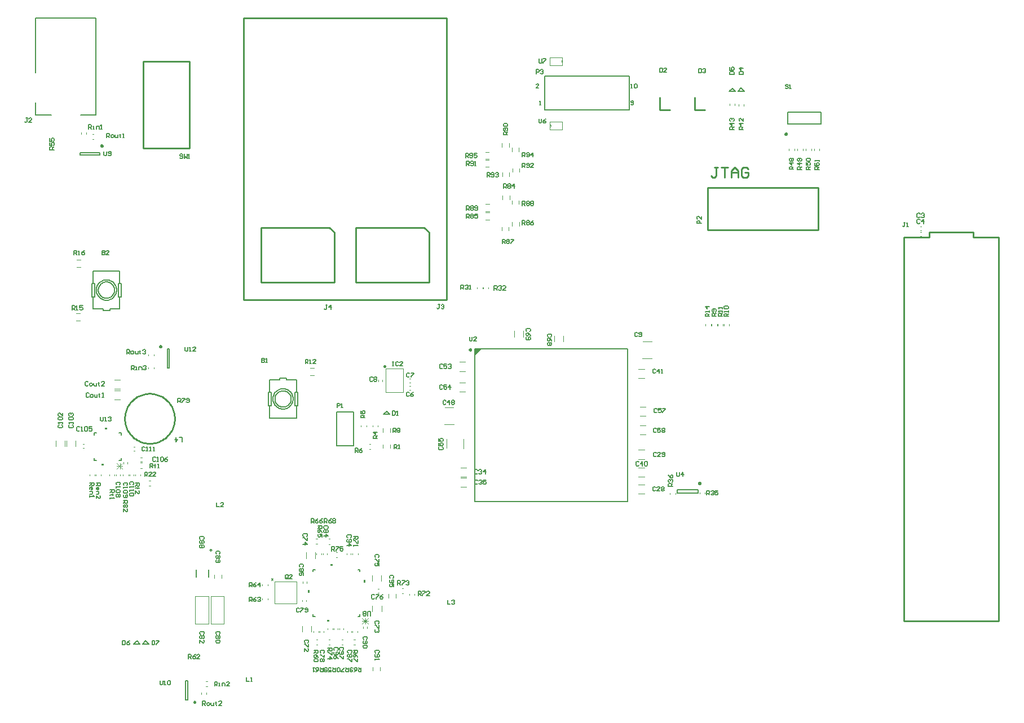
<source format=gbr>
%FSTAX23Y23*%
%MOIN*%
%SFA1B1*%

%IPPOS*%
%ADD63C,0.010000*%
%ADD95C,0.002000*%
%ADD127C,0.003937*%
%ADD128C,0.009843*%
%ADD129C,0.007874*%
%ADD130C,0.004000*%
%ADD131C,0.005000*%
%ADD193C,0.006000*%
%ADD194C,0.003000*%
%LNatfc_legend_top-1*%
%LPD*%
G36*
X02816Y02257D02*
X02806D01*
Y02272*
X02816*
Y02257*
G37*
G36*
X02486Y02198D02*
X02476D01*
Y02213*
X02486*
Y02198*
G37*
G36*
X02604Y02026D02*
X02589D01*
Y02036*
X02604*
Y02026*
G37*
G36*
X02624Y02356D02*
X02609D01*
Y02366*
X02624*
Y02356*
G37*
G36*
X03462Y03602D02*
Y03641D01*
X03501*
X03462Y03602*
G37*
G36*
X01291Y03164D02*
X01276D01*
Y03174*
X01291*
Y03164*
G37*
G36*
X01271Y02949D02*
X01256D01*
Y02959*
X01271*
Y02949*
G37*
G54D63*
X02934Y03537D02*
D01*
X02934Y03537*
X02934Y03537*
X02934Y03537*
X02934Y03538*
X02934Y03538*
X02934Y03538*
X02934Y03538*
X02934Y03539*
X02934Y03539*
X02934Y03539*
X02933Y03539*
X02933Y03539*
X02933Y0354*
X02933Y0354*
X02932Y0354*
X02932Y0354*
X02932Y0354*
X02932Y0354*
X02931Y0354*
X02931Y0354*
X02931Y0354*
X02931Y0354*
X0293*
X0293Y0354*
X0293Y0354*
X0293Y0354*
X02929Y0354*
X02929Y0354*
X02929Y0354*
X02929Y0354*
X02928Y0354*
X02928Y0354*
X02928Y03539*
X02928Y03539*
X02927Y03539*
X02927Y03539*
X02927Y03539*
X02927Y03538*
X02927Y03538*
X02927Y03538*
X02927Y03538*
X02927Y03537*
X02927Y03537*
X02927Y03537*
X02927Y03537*
X02927Y03536*
X02927Y03536*
X02927Y03536*
X02927Y03535*
X02927Y03535*
X02927Y03535*
X02927Y03535*
X02927Y03534*
X02927Y03534*
X02927Y03534*
X02928Y03534*
X02928Y03534*
X02928Y03533*
X02928Y03533*
X02929Y03533*
X02929Y03533*
X02929Y03533*
X02929Y03533*
X0293Y03533*
X0293Y03533*
X0293Y03533*
X0293Y03533*
X02931*
X02931Y03533*
X02931Y03533*
X02931Y03533*
X02932Y03533*
X02932Y03533*
X02932Y03533*
X02932Y03533*
X02933Y03533*
X02933Y03533*
X02933Y03534*
X02933Y03534*
X02934Y03534*
X02934Y03534*
X02934Y03534*
X02934Y03535*
X02934Y03535*
X02934Y03535*
X02934Y03535*
X02934Y03536*
X02934Y03536*
X02934Y03536*
X02934Y03537*
X01689Y03227D02*
D01*
X01689Y03238*
X01688Y03248*
X01686Y03258*
X01683Y03268*
X0168Y03278*
X01676Y03287*
X01672Y03297*
X01667Y03306*
X01661Y03314*
X01655Y03322*
X01648Y0333*
X0164Y03337*
X01632Y03344*
X01624Y0335*
X01615Y03355*
X01606Y0336*
X01597Y03364*
X01587Y03368*
X01577Y03371*
X01567Y03373*
X01557Y03374*
X01547Y03375*
X01536*
X01526Y03374*
X01516Y03373*
X01506Y03371*
X01496Y03368*
X01486Y03364*
X01477Y0336*
X01468Y03355*
X01459Y0335*
X01451Y03344*
X01443Y03337*
X01435Y0333*
X01428Y03322*
X01422Y03314*
X01416Y03306*
X01411Y03297*
X01407Y03287*
X01403Y03278*
X014Y03268*
X01397Y03258*
X01395Y03248*
X01394Y03238*
X01394Y03227*
X01394Y03217*
X01395Y03207*
X01397Y03197*
X014Y03187*
X01403Y03177*
X01407Y03167*
X01411Y03158*
X01416Y03149*
X01422Y03141*
X01428Y03132*
X01435Y03125*
X01443Y03118*
X01451Y03111*
X01459Y03105*
X01468Y031*
X01477Y03095*
X01486Y03091*
X01496Y03087*
X01506Y03084*
X01516Y03082*
X01526Y03081*
X01536Y0308*
X01547*
X01557Y03081*
X01567Y03082*
X01577Y03084*
X01587Y03087*
X01597Y03091*
X01606Y03095*
X01615Y031*
X01624Y03105*
X01632Y03111*
X0164Y03118*
X01648Y03125*
X01655Y03132*
X01661Y03141*
X01667Y03149*
X01672Y03158*
X01676Y03167*
X0168Y03177*
X01683Y03187*
X01686Y03197*
X01688Y03207*
X01689Y03217*
X01689Y03227*
X04839Y04592D02*
X05494D01*
X04839Y04343D02*
X05494D01*
Y04592*
X04839Y04343D02*
Y04592D01*
X06411Y04299D02*
X06561D01*
X06411D02*
Y04329D01*
X06561Y02029D02*
Y04299D01*
X06151Y04329D02*
X06411D01*
X06151Y04299D02*
Y04329D01*
X06001Y04299D02*
X06151D01*
X06001Y02029D02*
X06561D01*
X06001D02*
Y04299D01*
X04764Y05053D02*
X04824D01*
X04764D02*
Y05128D01*
X04557Y05053D02*
X04617D01*
X04557D02*
Y05128D01*
X01502Y04828D02*
Y05339D01*
X01777Y04828D02*
Y05339D01*
X01502Y04828D02*
X01777D01*
X01502Y05339D02*
X01777D01*
X02199Y04034D02*
X02632D01*
X02199D02*
Y04358D01*
X02603*
X02632Y04329*
Y04034D02*
Y04329D01*
X0276Y04034D02*
X03193D01*
X0276D02*
Y04358D01*
X03164*
X03193Y04329*
Y04034D02*
Y04329D01*
X02096Y0393D02*
Y05596D01*
X03297Y0393D02*
Y05596D01*
X02096D02*
X03297D01*
X02096Y0393D02*
X03297D01*
X049Y04713D02*
X0488D01*
X0489*
Y04663*
X0488Y04654*
X0487*
X04861Y04663*
X0492Y04713D02*
X0496D01*
X0494*
Y04654*
X0498D02*
Y04693D01*
X05Y04713*
X0502Y04693*
Y04654*
Y04683*
X0498*
X0508Y04703D02*
X0507Y04713D01*
X0505*
X0504Y04703*
Y04663*
X0505Y04654*
X0507*
X0508Y04663*
Y04683*
X0506*
G54D95*
X04618Y02779D02*
Y02787D01*
X04649Y02779D02*
Y02787D01*
X01874Y01674D02*
X01882D01*
X01874Y01643D02*
X01882D01*
X01845Y01598D02*
Y01606D01*
X01876Y01598D02*
Y01606D01*
X01203Y0488D02*
X01211D01*
X01203Y04911D02*
X01211D01*
X01136D02*
Y04919D01*
X01167Y04911D02*
Y04919D01*
X03543Y03996D02*
Y04004D01*
X03512Y03996D02*
Y04004D01*
X03509Y03996D02*
Y04004D01*
X03478Y03996D02*
Y04004D01*
X01537Y0286D02*
X01545D01*
X01537Y02829D02*
X01545D01*
X04864Y03778D02*
Y03786D01*
X04895Y03778D02*
Y03786D01*
X04968Y03778D02*
Y03786D01*
X04937Y03778D02*
Y03786D01*
X04931Y03778D02*
Y03786D01*
X049Y03778D02*
Y03786D01*
X04859Y03778D02*
Y03786D01*
X04828Y03778D02*
Y03786D01*
X05321Y04814D02*
Y04822D01*
X05352Y04814D02*
Y04822D01*
X05371Y04814D02*
Y04822D01*
X05402Y04814D02*
Y04822D01*
X0547Y04814D02*
Y04822D01*
X05501Y04814D02*
Y04822D01*
X05421Y04814D02*
Y04822D01*
X05452Y04814D02*
Y04822D01*
X05001Y05081D02*
Y05089D01*
X0497Y05081D02*
Y05089D01*
X05053Y05078D02*
Y05086D01*
X05022Y05078D02*
Y05086D01*
X026Y01889D02*
X02608D01*
X026Y0192D02*
X02608D01*
X0251Y01963D02*
Y01971D01*
X02541Y01963D02*
Y01971D01*
X02525Y01889D02*
X02533D01*
X02525Y0192D02*
X02533D01*
X02239Y02156D02*
Y02164D01*
X02208Y02156D02*
Y02164D01*
X02239Y0224D02*
Y02248D01*
X02208Y0224D02*
Y02248D01*
X02558Y02423D02*
Y02431D01*
X02527Y02423D02*
Y02431D01*
X02524Y02516D02*
X02532D01*
X02524Y02485D02*
X02532D01*
X02739Y01963D02*
Y01971D01*
X0277Y01963D02*
Y01971D01*
X02599Y02515D02*
X02607D01*
X02599Y02484D02*
X02607D01*
X02748Y01889D02*
X02756D01*
X02748Y0192D02*
X02756D01*
X02675Y01889D02*
X02683D01*
X02675Y0192D02*
X02683D01*
X02772Y02422D02*
Y0243D01*
X02741Y02422D02*
Y0243D01*
X03076Y02182D02*
Y0219D01*
X03107Y02182D02*
Y0219D01*
X03032Y02192D02*
X0304D01*
X03032Y02223D02*
X0304D01*
X02624Y01979D02*
Y01987D01*
X02593Y01979D02*
Y01987D01*
X02642Y02405D02*
X0265D01*
X02642Y02436D02*
X0265D01*
X01415Y0289D02*
Y02898D01*
X01384Y0289D02*
Y02898D01*
X01217Y0289D02*
Y02898D01*
X01186Y0289D02*
Y02898D01*
X01253Y0289D02*
Y02898D01*
X01222Y0289D02*
Y02898D01*
X01488Y02934D02*
X01496D01*
X01488Y02965D02*
X01496D01*
X01486Y0289D02*
Y02898D01*
X01455Y0289D02*
Y02898D01*
X01565Y03523D02*
Y03531D01*
X01534Y03523D02*
Y03531D01*
X01565Y03599D02*
Y03607D01*
X01534Y03599D02*
Y03607D01*
X01334Y0289D02*
Y02898D01*
X01303Y0289D02*
Y02898D01*
X0289Y0318D02*
Y03188D01*
X02859Y0318D02*
Y03188D01*
X02822Y0318D02*
Y03188D01*
X02791Y0318D02*
Y03188D01*
X02839Y03076D02*
X02847D01*
X02839Y03045D02*
X02847D01*
X04792Y02783D02*
Y02791D01*
X04823Y02783D02*
Y02791D01*
G54D127*
X03981Y05346D02*
D01*
X0398Y05346*
X0398Y05346*
X03979Y05346*
X03979Y05346*
X03979Y05346*
X03978Y05346*
X03978Y05345*
X03977Y05345*
X03977Y05345*
X03977Y05345*
X03976Y05344*
X03976Y05344*
X03976Y05344*
X03976Y05344*
X03975Y05343*
X03975Y05343*
X03975Y05342*
X03975Y05342*
X03975Y05342*
X03975Y05341*
X03975Y05341*
X03975Y0534*
Y0534*
X03975Y05339*
X03975Y05339*
X03975Y05339*
X03975Y05338*
X03975Y05338*
X03975Y05337*
X03975Y05337*
X03976Y05337*
X03976Y05336*
X03976Y05336*
X03976Y05336*
X03977Y05335*
X03977Y05335*
X03977Y05335*
X03978Y05335*
X03978Y05335*
X03979Y05334*
X03979Y05334*
X03979Y05334*
X0398Y05334*
X0398Y05334*
X03981Y05334*
X03907Y04953D02*
D01*
X03908Y04953*
X03908Y04953*
X03909Y04953*
X03909Y04953*
X0391Y04953*
X0391Y04953*
X0391Y04954*
X03911Y04954*
X03911Y04954*
X03911Y04954*
X03912Y04955*
X03912Y04955*
X03912Y04955*
X03913Y04955*
X03913Y04956*
X03913Y04956*
X03913Y04957*
X03913Y04957*
X03913Y04957*
X03913Y04958*
X03914Y04958*
X03914Y04959*
Y04959*
X03914Y0496*
X03913Y0496*
X03913Y0496*
X03913Y04961*
X03913Y04961*
X03913Y04962*
X03913Y04962*
X03913Y04962*
X03912Y04963*
X03912Y04963*
X03912Y04963*
X03911Y04964*
X03911Y04964*
X03911Y04964*
X0391Y04964*
X0391Y04964*
X0391Y04965*
X03909Y04965*
X03909Y04965*
X03908Y04965*
X03908Y04965*
X03907Y04965*
X03686Y04685D02*
Y04707D01*
X03728Y04685D02*
Y04707D01*
X03626Y04661D02*
Y04683D01*
X03668Y04661D02*
Y04683D01*
X03724Y04495D02*
Y04517D01*
X03682Y04495D02*
Y04517D01*
X03683Y04367D02*
Y04389D01*
X03725Y04367D02*
Y04389D01*
X03527Y04495D02*
X03549D01*
X03527Y04453D02*
X03549D01*
X03526Y04804D02*
X03548D01*
X03526Y04762D02*
X03548D01*
X03666Y04833D02*
Y04855D01*
X03624Y04833D02*
Y04855D01*
X03724Y04807D02*
Y04829D01*
X03682Y04807D02*
Y04829D01*
X03981Y05317D02*
Y05346D01*
X03907Y05317D02*
Y05363D01*
Y05317D02*
X03981D01*
X03943Y05363D02*
X03981D01*
Y05334D02*
Y05363D01*
X03925D02*
X03943D01*
X03907D02*
X03925D01*
X01108Y03808D02*
X0113D01*
X01108Y0385D02*
X0113D01*
X01111Y04165D02*
X01133D01*
X01111Y04123D02*
X01133D01*
X0338Y02823D02*
X03414D01*
X0338Y02877D02*
X03414D01*
X0338Y02936D02*
X03414D01*
X0338Y02882D02*
X03414D01*
X03907Y04953D02*
Y04982D01*
X03981Y04937D02*
Y04982D01*
X03907D02*
X03981D01*
X03907Y04937D02*
X03945D01*
X03907D02*
Y04965D01*
X03945Y04937D02*
X03963D01*
X03981*
X02962Y03147D02*
Y03169D01*
X0292Y03147D02*
Y03169D01*
X02962Y03052D02*
Y03074D01*
X0292Y03052D02*
Y03074D01*
X04439Y03188D02*
X04473D01*
X04439Y03134D02*
X04473D01*
X04439Y03244D02*
X04473D01*
X04439Y03298D02*
X04473D01*
X04431Y03519D02*
X04465D01*
X04431Y03465D02*
X04465D01*
X04431Y02882D02*
X04465D01*
X04431Y02936D02*
X04465D01*
X04431Y02988D02*
X04465D01*
X04431Y03042D02*
X04465D01*
X04431Y02784D02*
X04465D01*
X04431Y02838D02*
X04465D01*
X04456Y03682D02*
X0451D01*
X04453Y03583D02*
X04511D01*
X02936Y03382D02*
X03041D01*
Y03522*
X02936D02*
X03041D01*
X02936Y03382D02*
Y03522D01*
X02442Y01966D02*
Y02D01*
X02496Y01966D02*
Y02D01*
X02858Y02086D02*
Y0212D01*
X02912Y02086D02*
Y0212D01*
X0252Y02401D02*
Y02435D01*
X02466Y02401D02*
Y02435D01*
X02911Y02265D02*
Y02299D01*
X02857Y02265D02*
Y02299D01*
X01943Y02175D02*
X01981D01*
Y02014D02*
Y02175D01*
X01902Y02014D02*
X01981D01*
X01902D02*
Y02175D01*
X01943*
X01852D02*
X0189D01*
Y02014D02*
Y02175D01*
X01811Y02014D02*
X0189D01*
X01811D02*
Y02175D01*
X01852*
X02861Y01736D02*
Y01758D01*
X02903Y01736D02*
Y01758D01*
X02279Y02134D02*
Y02264D01*
Y02134D02*
X02409D01*
X02279Y02264D02*
X02409D01*
X02409Y02134D02*
Y02264D01*
X02491Y03525D02*
X02513D01*
X02491Y03483D02*
X02513D01*
X02953Y02167D02*
Y02189D01*
X02995Y02167D02*
Y02189D01*
X01966Y02282D02*
Y02304D01*
X01924Y02282D02*
Y02304D01*
X03751Y03711D02*
Y03745D01*
X03697Y03711D02*
Y03745D01*
X03933Y03683D02*
Y03717D01*
X03987Y03683D02*
Y03717D01*
X03396Y03049D02*
Y03107D01*
X03297Y03052D02*
Y03105D01*
X03372Y03441D02*
X03406D01*
X03372Y03387D02*
X03406D01*
X03372Y03508D02*
X03406D01*
X03372Y03562D02*
X03406D01*
X01334Y03394D02*
X01368D01*
X01334Y0334D02*
X01368D01*
X01334Y03458D02*
X01368D01*
X01334Y03404D02*
X01368D01*
X00987Y03064D02*
Y03098D01*
X01041Y03064D02*
Y03098D01*
X01103Y03064D02*
Y03098D01*
X01049Y03064D02*
Y03098D01*
X03285Y03293D02*
X03338D01*
X03282Y03194D02*
X03339D01*
X03526Y04757D02*
X03548D01*
X03526Y04715D02*
X03548D01*
X03622Y04339D02*
Y04361D01*
X03664Y04339D02*
Y04361D01*
X03527Y04445D02*
X03549D01*
X03527Y04403D02*
X03549D01*
X03669Y04523D02*
Y04545D01*
X03627Y04523D02*
Y04545D01*
X02259Y02282D02*
X02269Y02271D01*
X02259D02*
X02269Y02282D01*
X02259Y02277D02*
X02269D01*
X02264Y02271D02*
Y02282D01*
G54D128*
X04796Y02845D02*
D01*
X04796Y02845*
X04796Y02845*
X04796Y02846*
X04796Y02846*
X04796Y02846*
X04796Y02847*
X04796Y02847*
X04796Y02847*
X04795Y02848*
X04795Y02848*
X04795Y02848*
X04795Y02848*
X04795Y02849*
X04794Y02849*
X04794Y02849*
X04794Y02849*
X04793Y02849*
X04793Y02849*
X04793Y0285*
X04792Y0285*
X04792Y0285*
X04792Y0285*
X04791*
X04791Y0285*
X04791Y0285*
X0479Y0285*
X0479Y02849*
X0479Y02849*
X04789Y02849*
X04789Y02849*
X04789Y02849*
X04788Y02849*
X04788Y02848*
X04788Y02848*
X04788Y02848*
X04788Y02848*
X04787Y02847*
X04787Y02847*
X04787Y02847*
X04787Y02846*
X04787Y02846*
X04787Y02846*
X04787Y02845*
X04787Y02845*
X04787Y02845*
X04787Y02844*
X04787Y02844*
X04787Y02844*
X04787Y02843*
X04787Y02843*
X04787Y02843*
X04787Y02842*
X04787Y02842*
X04788Y02842*
X04788Y02842*
X04788Y02841*
X04788Y02841*
X04788Y02841*
X04789Y02841*
X04789Y0284*
X04789Y0284*
X0479Y0284*
X0479Y0284*
X0479Y0284*
X04791Y0284*
X04791Y0284*
X04791Y0284*
X04792*
X04792Y0284*
X04792Y0284*
X04793Y0284*
X04793Y0284*
X04793Y0284*
X04794Y0284*
X04794Y0284*
X04794Y02841*
X04795Y02841*
X04795Y02841*
X04795Y02841*
X04795Y02842*
X04795Y02842*
X04796Y02842*
X04796Y02842*
X04796Y02843*
X04796Y02843*
X04796Y02843*
X04796Y02844*
X04796Y02844*
X04796Y02844*
X04796Y02845*
X05308Y0491D02*
D01*
X05308Y0491*
X05308Y04911*
X05308Y04911*
X05308Y04911*
X05308Y04912*
X05308Y04912*
X05307Y04912*
X05307Y04913*
X05307Y04913*
X05307Y04913*
X05307Y04913*
X05306Y04914*
X05306Y04914*
X05306Y04914*
X05305Y04914*
X05305Y04914*
X05305Y04915*
X05305Y04915*
X05304Y04915*
X05304Y04915*
X05304Y04915*
X05303Y04915*
X05303*
X05303Y04915*
X05302Y04915*
X05302Y04915*
X05302Y04915*
X05301Y04915*
X05301Y04914*
X05301Y04914*
X053Y04914*
X053Y04914*
X053Y04914*
X05299Y04913*
X05299Y04913*
X05299Y04913*
X05299Y04913*
X05299Y04912*
X05299Y04912*
X05298Y04912*
X05298Y04911*
X05298Y04911*
X05298Y04911*
X05298Y0491*
X05298Y0491*
X05298Y0491*
X05298Y04909*
X05298Y04909*
X05298Y04909*
X05298Y04908*
X05299Y04908*
X05299Y04908*
X05299Y04907*
X05299Y04907*
X05299Y04907*
X05299Y04907*
X053Y04906*
X053Y04906*
X053Y04906*
X05301Y04906*
X05301Y04906*
X05301Y04905*
X05302Y04905*
X05302Y04905*
X05302Y04905*
X05303Y04905*
X05303Y04905*
X05303*
X05304Y04905*
X05304Y04905*
X05304Y04905*
X05305Y04905*
X05305Y04905*
X05305Y04906*
X05305Y04906*
X05306Y04906*
X05306Y04906*
X05306Y04906*
X05307Y04907*
X05307Y04907*
X05307Y04907*
X05307Y04907*
X05307Y04908*
X05308Y04908*
X05308Y04908*
X05308Y04909*
X05308Y04909*
X05308Y04909*
X05308Y0491*
X05308Y0491*
X03441Y03635D02*
D01*
X03441Y03636*
X03441Y03636*
X03441Y03636*
X03441Y03637*
X03441Y03637*
X03441Y03637*
X0344Y03638*
X0344Y03638*
X0344Y03638*
X0344Y03639*
X0344Y03639*
X03439Y03639*
X03439Y03639*
X03439Y03639*
X03439Y0364*
X03438Y0364*
X03438Y0364*
X03438Y0364*
X03437Y0364*
X03437Y0364*
X03437Y0364*
X03436Y0364*
X03436*
X03436Y0364*
X03435Y0364*
X03435Y0364*
X03435Y0364*
X03434Y0364*
X03434Y0364*
X03434Y0364*
X03433Y03639*
X03433Y03639*
X03433Y03639*
X03433Y03639*
X03432Y03639*
X03432Y03638*
X03432Y03638*
X03432Y03638*
X03432Y03637*
X03432Y03637*
X03431Y03637*
X03431Y03636*
X03431Y03636*
X03431Y03636*
X03431Y03635*
X03431Y03635*
X03431Y03635*
X03431Y03634*
X03431Y03634*
X03432Y03634*
X03432Y03633*
X03432Y03633*
X03432Y03633*
X03432Y03632*
X03432Y03632*
X03433Y03632*
X03433Y03632*
X03433Y03631*
X03433Y03631*
X03434Y03631*
X03434Y03631*
X03434Y03631*
X03435Y03631*
X03435Y03631*
X03435Y03631*
X03436Y0363*
X03436Y0363*
X03436*
X03437Y0363*
X03437Y03631*
X03437Y03631*
X03438Y03631*
X03438Y03631*
X03438Y03631*
X03439Y03631*
X03439Y03631*
X03439Y03631*
X03439Y03632*
X0344Y03632*
X0344Y03632*
X0344Y03632*
X0344Y03633*
X0344Y03633*
X03441Y03633*
X03441Y03634*
X03441Y03634*
X03441Y03634*
X03441Y03635*
X03441Y03635*
X03441Y03635*
X0161Y03654D02*
D01*
X0161Y03655*
X0161Y03655*
X0161Y03655*
X0161Y03656*
X0161Y03656*
X0161Y03656*
X0161Y03657*
X01609Y03657*
X01609Y03657*
X01609Y03657*
X01609Y03658*
X01609Y03658*
X01608Y03658*
X01608Y03658*
X01608Y03659*
X01607Y03659*
X01607Y03659*
X01607Y03659*
X01606Y03659*
X01606Y03659*
X01606Y03659*
X01605Y03659*
X01605*
X01605Y03659*
X01604Y03659*
X01604Y03659*
X01604Y03659*
X01603Y03659*
X01603Y03659*
X01603Y03659*
X01603Y03658*
X01602Y03658*
X01602Y03658*
X01602Y03658*
X01601Y03657*
X01601Y03657*
X01601Y03657*
X01601Y03657*
X01601Y03656*
X01601Y03656*
X01601Y03656*
X016Y03655*
X016Y03655*
X016Y03655*
X016Y03654*
X016Y03654*
X016Y03654*
X016Y03653*
X01601Y03653*
X01601Y03653*
X01601Y03652*
X01601Y03652*
X01601Y03652*
X01601Y03651*
X01601Y03651*
X01602Y03651*
X01602Y03651*
X01602Y0365*
X01603Y0365*
X01603Y0365*
X01603Y0365*
X01603Y0365*
X01604Y0365*
X01604Y0365*
X01604Y03649*
X01605Y03649*
X01605Y03649*
X01605*
X01606Y03649*
X01606Y03649*
X01606Y0365*
X01607Y0365*
X01607Y0365*
X01607Y0365*
X01608Y0365*
X01608Y0365*
X01608Y0365*
X01609Y03651*
X01609Y03651*
X01609Y03651*
X01609Y03651*
X01609Y03652*
X0161Y03652*
X0161Y03652*
X0161Y03653*
X0161Y03653*
X0161Y03653*
X0161Y03654*
X0161Y03654*
X0161Y03654*
X01262Y04841D02*
D01*
X01262Y04841*
X01262Y04841*
X01262Y04842*
X01262Y04842*
X01262Y04842*
X01262Y04843*
X01262Y04843*
X01262Y04843*
X01261Y04844*
X01261Y04844*
X01261Y04844*
X01261Y04844*
X0126Y04845*
X0126Y04845*
X0126Y04845*
X0126Y04845*
X01259Y04845*
X01259Y04845*
X01259Y04845*
X01258Y04845*
X01258Y04846*
X01258Y04846*
X01257*
X01257Y04846*
X01257Y04845*
X01256Y04845*
X01256Y04845*
X01256Y04845*
X01255Y04845*
X01255Y04845*
X01255Y04845*
X01254Y04845*
X01254Y04844*
X01254Y04844*
X01254Y04844*
X01253Y04844*
X01253Y04843*
X01253Y04843*
X01253Y04843*
X01253Y04842*
X01253Y04842*
X01253Y04842*
X01253Y04841*
X01252Y04841*
X01252Y04841*
X01252Y0484*
X01253Y0484*
X01253Y0484*
X01253Y04839*
X01253Y04839*
X01253Y04839*
X01253Y04838*
X01253Y04838*
X01253Y04838*
X01254Y04837*
X01254Y04837*
X01254Y04837*
X01254Y04837*
X01255Y04837*
X01255Y04836*
X01255Y04836*
X01256Y04836*
X01256Y04836*
X01256Y04836*
X01257Y04836*
X01257Y04836*
X01257Y04836*
X01258*
X01258Y04836*
X01258Y04836*
X01259Y04836*
X01259Y04836*
X01259Y04836*
X0126Y04836*
X0126Y04836*
X0126Y04837*
X0126Y04837*
X01261Y04837*
X01261Y04837*
X01261Y04837*
X01261Y04838*
X01262Y04838*
X01262Y04838*
X01262Y04839*
X01262Y04839*
X01262Y04839*
X01262Y0484*
X01262Y0484*
X01262Y0484*
X01262Y04841*
X01811Y0155D02*
D01*
X01811Y0155*
X01811Y0155*
X01811Y01551*
X01811Y01551*
X01811Y01551*
X01811Y01552*
X01811Y01552*
X01811Y01552*
X0181Y01553*
X0181Y01553*
X0181Y01553*
X0181Y01553*
X0181Y01553*
X01809Y01554*
X01809Y01554*
X01809Y01554*
X01808Y01554*
X01808Y01554*
X01808Y01554*
X01807Y01554*
X01807Y01555*
X01807Y01555*
X01806*
X01806Y01555*
X01806Y01554*
X01805Y01554*
X01805Y01554*
X01805Y01554*
X01804Y01554*
X01804Y01554*
X01804Y01554*
X01803Y01553*
X01803Y01553*
X01803Y01553*
X01803Y01553*
X01803Y01553*
X01802Y01552*
X01802Y01552*
X01802Y01552*
X01802Y01551*
X01802Y01551*
X01802Y01551*
X01802Y0155*
X01802Y0155*
X01802Y0155*
X01802Y01549*
X01802Y01549*
X01802Y01549*
X01802Y01548*
X01802Y01548*
X01802Y01548*
X01802Y01547*
X01802Y01547*
X01803Y01547*
X01803Y01546*
X01803Y01546*
X01803Y01546*
X01803Y01546*
X01804Y01546*
X01804Y01545*
X01804Y01545*
X01805Y01545*
X01805Y01545*
X01805Y01545*
X01806Y01545*
X01806Y01545*
X01806Y01545*
X01807*
X01807Y01545*
X01807Y01545*
X01808Y01545*
X01808Y01545*
X01808Y01545*
X01809Y01545*
X01809Y01545*
X01809Y01546*
X0181Y01546*
X0181Y01546*
X0181Y01546*
X0181Y01546*
X0181Y01547*
X01811Y01547*
X01811Y01547*
X01811Y01548*
X01811Y01548*
X01811Y01548*
X01811Y01549*
X01811Y01549*
X01811Y01549*
X01811Y0155*
G54D129*
X01132Y05024D02*
X01223D01*
Y05598*
X00868D02*
X01223D01*
X00868Y05024D02*
X00959D01*
X00868D02*
Y05098D01*
Y05272D02*
Y05598D01*
X04375Y05054D02*
Y05254D01*
X03875Y05054D02*
Y05254D01*
X04375*
X03875Y05054D02*
X04375D01*
X04782Y02788D02*
Y02807D01*
X0466Y02788D02*
Y02807D01*
X04782*
X0466Y02788D02*
X04782D01*
X02748Y03065D02*
Y03265D01*
X02648D02*
X02748D01*
X02648Y03065D02*
Y03265D01*
Y03065D02*
X02748D01*
X05313Y04969D02*
Y0504D01*
X0551*
X05313Y04969D02*
X0551D01*
Y0504*
X04367Y02736D02*
Y03641D01*
X03462D02*
X04367D01*
X03462Y03602D02*
X03501Y03641D01*
X03462Y02736D02*
X04367D01*
X03462D02*
Y03641D01*
X01816Y02291D02*
Y02332D01*
X0189Y02291D02*
Y02332D01*
X01647Y03527D02*
X01658D01*
X01647D02*
Y03641D01*
X01658Y03527D02*
Y03641D01*
X01647D02*
X01658D01*
X0113Y04787D02*
Y04799D01*
X01245*
X0113Y04787D02*
X01245D01*
Y04799*
X01753Y01677D02*
X01765D01*
Y01562D02*
Y01677D01*
X01753Y01562D02*
Y01677D01*
Y01562D02*
X01765D01*
G54D130*
X06095Y04329D02*
X06104D01*
X06095Y04305D02*
X06104D01*
X06095Y04363D02*
X06104D01*
X06095Y04339D02*
X06104D01*
X03076Y0344D02*
X03084D01*
X03076Y03464D02*
X03084D01*
X03076Y03397D02*
X03084D01*
X03076Y03421D02*
X03084D01*
X02918Y03448D02*
Y03456D01*
X02894Y03448D02*
Y03456D01*
X02889Y02219D02*
X02897D01*
X02889Y02195D02*
X02897D01*
X02571Y01963D02*
Y01971D01*
X02547Y01963D02*
Y01971D01*
X02444Y02145D02*
Y02153D01*
X02468Y02145D02*
Y02153D01*
X02565Y02423D02*
Y02431D01*
X02589Y02423D02*
Y02431D01*
X02445Y02254D02*
Y02262D01*
X02469Y02254D02*
Y02262D01*
X02734Y01962D02*
Y0197D01*
X0271Y01962D02*
Y0197D01*
X02826Y01988D02*
Y01996D01*
X02802Y01988D02*
Y01996D01*
X02706Y02423D02*
Y02431D01*
X0273Y02423D02*
Y02431D01*
X02653Y01979D02*
Y01987D01*
X02629Y01979D02*
Y01987D01*
X02686Y01979D02*
Y01987D01*
X02662Y01979D02*
Y01987D01*
X01145Y03054D02*
X01153D01*
X01145Y03078D02*
X01153D01*
X01488Y02997D02*
X01496D01*
X01488Y02973D02*
X01496D01*
X01342Y0289D02*
Y02898D01*
X01366Y0289D02*
Y02898D01*
X01387Y02961D02*
Y02969D01*
X01411Y02961D02*
Y02969D01*
X01422Y0289D02*
Y02898D01*
X01446Y0289D02*
Y02898D01*
X01446Y03059D02*
X01454D01*
X01446Y03035D02*
X01454D01*
G54D131*
X01346Y03988D02*
D01*
X01345Y03992*
X01345Y03996*
X01344Y04*
X01343Y04004*
X01342Y04008*
X0134Y04012*
X01338Y04016*
X01336Y04019*
X01334Y04023*
X01331Y04026*
X01329Y04029*
X01326Y04032*
X01322Y04035*
X01319Y04037*
X01316Y04039*
X01312Y04041*
X01308Y04043*
X01304Y04045*
X013Y04046*
X01296Y04047*
X01292Y04047*
X01288Y04047*
X01283*
X01279Y04047*
X01275Y04047*
X01271Y04046*
X01267Y04045*
X01263Y04043*
X01259Y04041*
X01256Y04039*
X01252Y04037*
X01249Y04035*
X01245Y04032*
X01242Y04029*
X0124Y04026*
X01237Y04023*
X01235Y04019*
X01233Y04016*
X01231Y04012*
X01229Y04008*
X01228Y04004*
X01227Y04*
X01226Y03996*
X01226Y03992*
X01226Y03988*
X01226Y03983*
X01226Y03979*
X01227Y03975*
X01228Y03971*
X01229Y03967*
X01231Y03963*
X01233Y03959*
X01235Y03956*
X01237Y03952*
X0124Y03949*
X01242Y03946*
X01245Y03943*
X01249Y0394*
X01252Y03938*
X01256Y03936*
X01259Y03934*
X01263Y03932*
X01267Y0393*
X01271Y03929*
X01275Y03928*
X01279Y03928*
X01283Y03928*
X01288*
X01292Y03928*
X01296Y03928*
X013Y03929*
X01304Y0393*
X01308Y03932*
X01312Y03934*
X01316Y03936*
X01319Y03938*
X01322Y0394*
X01326Y03943*
X01329Y03946*
X01331Y03949*
X01334Y03952*
X01336Y03956*
X01338Y03959*
X0134Y03963*
X01342Y03967*
X01343Y03971*
X01344Y03975*
X01345Y03979*
X01345Y03983*
X01346Y03988*
X01334D02*
D01*
X01333Y03991*
X01333Y03994*
X01332Y03997*
X01332Y04001*
X01331Y04004*
X01329Y04007*
X01328Y0401*
X01326Y04013*
X01324Y04016*
X01322Y04018*
X0132Y04021*
X01318Y04023*
X01315Y04025*
X01312Y04027*
X0131Y04029*
X01307Y04031*
X01303Y04032*
X013Y04033*
X01297Y04034*
X01294Y04035*
X01291Y04035*
X01287Y04035*
X01284*
X0128Y04035*
X01277Y04035*
X01274Y04034*
X01271Y04033*
X01268Y04032*
X01264Y04031*
X01262Y04029*
X01259Y04027*
X01256Y04025*
X01253Y04023*
X01251Y04021*
X01249Y04018*
X01247Y04016*
X01245Y04013*
X01243Y0401*
X01242Y04007*
X0124Y04004*
X01239Y04001*
X01239Y03997*
X01238Y03994*
X01238Y03991*
X01238Y03988*
X01238Y03984*
X01238Y03981*
X01239Y03978*
X01239Y03974*
X0124Y03971*
X01242Y03968*
X01243Y03965*
X01245Y03962*
X01247Y03959*
X01249Y03957*
X01251Y03954*
X01253Y03952*
X01256Y0395*
X01259Y03948*
X01262Y03946*
X01264Y03944*
X01268Y03943*
X01271Y03942*
X01274Y03941*
X01277Y0394*
X0128Y0394*
X01284Y0394*
X01287*
X01291Y0394*
X01294Y0394*
X01297Y03941*
X013Y03942*
X01303Y03943*
X01307Y03944*
X0131Y03946*
X01312Y03948*
X01315Y0395*
X01318Y03952*
X0132Y03954*
X01322Y03957*
X01324Y03959*
X01326Y03962*
X01328Y03965*
X01329Y03968*
X01331Y03971*
X01332Y03974*
X01332Y03978*
X01333Y03981*
X01333Y03984*
X01334Y03988*
X0239Y03344D02*
D01*
X02389Y03348*
X02389Y03352*
X02388Y03356*
X02387Y0336*
X02386Y03364*
X02384Y03368*
X02382Y03372*
X0238Y03375*
X02378Y03379*
X02375Y03382*
X02373Y03385*
X0237Y03388*
X02366Y03391*
X02363Y03393*
X0236Y03395*
X02356Y03397*
X02352Y03399*
X02348Y03401*
X02344Y03402*
X0234Y03403*
X02336Y03403*
X02332Y03403*
X02327*
X02323Y03403*
X02319Y03403*
X02315Y03402*
X02311Y03401*
X02307Y03399*
X02303Y03397*
X023Y03395*
X02296Y03393*
X02293Y03391*
X02289Y03388*
X02286Y03385*
X02284Y03382*
X02281Y03379*
X02279Y03375*
X02277Y03372*
X02275Y03368*
X02273Y03364*
X02272Y0336*
X02271Y03356*
X0227Y03352*
X0227Y03348*
X0227Y03344*
X0227Y03339*
X0227Y03335*
X02271Y03331*
X02272Y03327*
X02273Y03323*
X02275Y03319*
X02277Y03315*
X02279Y03312*
X02281Y03308*
X02284Y03305*
X02286Y03302*
X02289Y03299*
X02293Y03296*
X02296Y03294*
X023Y03292*
X02303Y0329*
X02307Y03288*
X02311Y03286*
X02315Y03285*
X02319Y03284*
X02323Y03284*
X02327Y03284*
X02332*
X02336Y03284*
X0234Y03284*
X02344Y03285*
X02348Y03286*
X02352Y03288*
X02356Y0329*
X0236Y03292*
X02363Y03294*
X02366Y03296*
X0237Y03299*
X02373Y03302*
X02375Y03305*
X02378Y03308*
X0238Y03312*
X02382Y03315*
X02384Y03319*
X02386Y03323*
X02387Y03327*
X02388Y03331*
X02389Y03335*
X02389Y03339*
X0239Y03344*
X02378D02*
D01*
X02377Y03347*
X02377Y0335*
X02376Y03353*
X02376Y03357*
X02375Y0336*
X02373Y03363*
X02372Y03366*
X0237Y03369*
X02368Y03372*
X02366Y03374*
X02364Y03377*
X02362Y03379*
X02359Y03381*
X02356Y03383*
X02354Y03385*
X02351Y03387*
X02347Y03388*
X02344Y03389*
X02341Y0339*
X02338Y03391*
X02335Y03391*
X02331Y03391*
X02328*
X02324Y03391*
X02321Y03391*
X02318Y0339*
X02315Y03389*
X02312Y03388*
X02308Y03387*
X02306Y03385*
X02303Y03383*
X023Y03381*
X02297Y03379*
X02295Y03377*
X02293Y03374*
X02291Y03372*
X02289Y03369*
X02287Y03366*
X02286Y03363*
X02284Y0336*
X02283Y03357*
X02283Y03353*
X02282Y0335*
X02282Y03347*
X02282Y03344*
X02282Y0334*
X02282Y03337*
X02283Y03334*
X02283Y0333*
X02284Y03327*
X02286Y03324*
X02287Y03321*
X02289Y03318*
X02291Y03315*
X02293Y03313*
X02295Y0331*
X02297Y03308*
X023Y03306*
X02303Y03304*
X02306Y03302*
X02308Y033*
X02312Y03299*
X02315Y03298*
X02318Y03297*
X02321Y03296*
X02324Y03296*
X02328Y03296*
X02331*
X02335Y03296*
X02338Y03296*
X02341Y03297*
X02344Y03298*
X02347Y03299*
X02351Y033*
X02354Y03302*
X02356Y03304*
X02359Y03306*
X02362Y03308*
X02364Y0331*
X02366Y03313*
X02368Y03315*
X0237Y03318*
X02372Y03321*
X02373Y03324*
X02375Y03327*
X02376Y0333*
X02376Y03334*
X02377Y03337*
X02377Y0334*
X02378Y03344*
X02942Y0327D02*
X0296Y03252D01*
X02924D02*
X02942Y0327D01*
X02924Y03252D02*
X0296D01*
X01207Y04101D02*
X01364D01*
X01207Y03875D02*
X01266D01*
X01305D02*
X01364D01*
X01266Y03865D02*
Y03875D01*
Y03865D02*
X01305D01*
Y03875*
X01215Y03948D02*
Y04028D01*
X01207D02*
X01215D01*
X01199D02*
X01207D01*
X01199Y03948D02*
Y04028D01*
Y03948D02*
X01207D01*
X01215*
X01372D02*
Y04028D01*
X01364D02*
X01372D01*
X01356D02*
X01364D01*
X01356Y03948D02*
Y04028D01*
Y03948D02*
X01364D01*
X01372*
X01207Y03875D02*
Y03948D01*
Y04028D02*
Y04101D01*
X01364Y04028D02*
Y04101D01*
Y03875D02*
Y03948D01*
X015Y01894D02*
X01536D01*
X015D02*
X01518Y01912D01*
X01536Y01894*
X01448D02*
X01484D01*
X01448D02*
X01466Y01912D01*
X01484Y01894*
X02251Y03231D02*
X02409D01*
X0235Y03456D02*
X02409D01*
X02251D02*
X0231D01*
X0235D02*
Y03466D01*
X0231D02*
X0235D01*
X0231Y03456D02*
Y03466D01*
X02401Y03304D02*
Y03383D01*
Y03304D02*
X02409D01*
X02417*
Y03383*
X02409D02*
X02417D01*
X02401D02*
X02409D01*
X02243Y03304D02*
Y03383D01*
Y03304D02*
X02251D01*
X02259*
Y03383*
X02251D02*
X02259D01*
X02243D02*
X02251D01*
X02409D02*
Y03456D01*
Y03231D02*
Y03304D01*
X02251Y03231D02*
Y03304D01*
Y03383D02*
Y03456D01*
X04967Y05163D02*
X05003D01*
X04967D02*
X04985Y05181D01*
X05003Y05163*
X0502Y05164D02*
X05056D01*
X0502D02*
X05038Y05182D01*
X05056Y05164*
X02204Y03584D02*
Y0356D01*
X02216*
X0222Y03564*
Y03568*
X02216Y03572*
X02204*
X02216*
X0222Y03576*
Y0358*
X02216Y03584*
X02204*
X02228Y0356D02*
X02237D01*
X02233*
Y03584*
X02228Y0358*
X01259Y04221D02*
Y04196D01*
X01272*
X01276Y04201*
Y04205*
X01272Y04209*
X01259*
X01272*
X01276Y04213*
Y04217*
X01272Y04221*
X01259*
X01301Y04196D02*
X01284D01*
X01301Y04213*
Y04217*
X01297Y04221*
X01288*
X01284Y04217*
X06095Y04438D02*
X06091Y04442D01*
X06082*
X06078Y04438*
Y04421*
X06082Y04417*
X06091*
X06095Y04421*
X06103Y04438D02*
X06107Y04442D01*
X06116*
X0612Y04438*
Y04433*
X06116Y04429*
X06112*
X06116*
X0612Y04425*
Y04421*
X06116Y04417*
X06107*
X06103Y04421*
X06095Y04402D02*
X06091Y04406D01*
X06082*
X06078Y04402*
Y04386*
X06082Y04381*
X06091*
X06095Y04386*
X06116Y04381D02*
Y04406D01*
X06103Y04394*
X0612*
X03075Y03379D02*
X03071Y03383D01*
X03063*
X03059Y03379*
Y03363*
X03063Y03359*
X03071*
X03075Y03363*
X031Y03383D02*
X03092Y03379D01*
X03083Y03371*
Y03363*
X03088Y03359*
X03096*
X031Y03363*
Y03367*
X03096Y03371*
X03083*
X03077Y03493D02*
X03073Y03497D01*
X03065*
X03061Y03493*
Y03477*
X03065Y03473*
X03073*
X03077Y03477*
X03085Y03497D02*
X03102D01*
Y03493*
X03085Y03477*
Y03473*
X02859Y03469D02*
X02855Y03473D01*
X02846*
X02842Y03469*
Y03452*
X02846Y03448*
X02855*
X02859Y03452*
X02867Y03469D02*
X02871Y03473D01*
X0288*
X02884Y03469*
Y03465*
X0288Y03461*
X02884Y03457*
Y03452*
X0288Y03448*
X02871*
X02867Y03452*
Y03457*
X02871Y03461*
X02867Y03465*
Y03469*
X02871Y03461D02*
X0288D01*
X04425Y03733D02*
X04421Y03737D01*
X04413*
X04409Y03733*
Y03717*
X04413Y03713*
X04421*
X04425Y03717*
X04433D02*
X04438Y03713D01*
X04446*
X0445Y03717*
Y03733*
X04446Y03737*
X04438*
X04433Y03733*
Y03729*
X04438Y03725*
X0445*
X04532Y0282D02*
X04528Y02824D01*
X04519*
X04515Y0282*
Y02803*
X04519Y02799*
X04528*
X04532Y02803*
X04557Y02799D02*
X0454D01*
X04557Y02815*
Y0282*
X04553Y02824*
X04544*
X0454Y0282*
X04565D02*
X04569Y02824D01*
X04578*
X04582Y0282*
Y02815*
X04578Y02811*
X04582Y02807*
Y02803*
X04578Y02799*
X04569*
X04565Y02803*
Y02807*
X04569Y02811*
X04565Y02815*
Y0282*
X04569Y02811D02*
X04578D01*
X04536Y03024D02*
X04532Y03028D01*
X04523*
X04519Y03024*
Y03008*
X04523Y03003*
X04532*
X04536Y03008*
X04561Y03003D02*
X04544D01*
X04561Y0302*
Y03024*
X04557Y03028*
X04548*
X04544Y03024*
X04569Y03008D02*
X04573Y03003D01*
X04582*
X04586Y03008*
Y03024*
X04582Y03028*
X04573*
X04569Y03024*
Y0302*
X04573Y03016*
X04586*
X03479Y02921D02*
X03475Y02925D01*
X03466*
X03462Y02921*
Y02904*
X03466Y029*
X03475*
X03479Y02904*
X03487Y02921D02*
X03491Y02925D01*
X035*
X03504Y02921*
Y02917*
X035Y02912*
X03495*
X035*
X03504Y02908*
Y02904*
X035Y029*
X03491*
X03487Y02904*
X03525Y029D02*
Y02925D01*
X03512Y02912*
X03529*
X0348Y0286D02*
X03476Y02864D01*
X03467*
X03463Y0286*
Y02843*
X03467Y02839*
X03476*
X0348Y02843*
X03488Y0286D02*
X03492Y02864D01*
X03501*
X03505Y0286*
Y02856*
X03501Y02851*
X03496*
X03501*
X03505Y02847*
Y02843*
X03501Y02839*
X03492*
X03488Y02843*
X0353Y02864D02*
X03513D01*
Y02851*
X03521Y02856*
X03526*
X0353Y02851*
Y02843*
X03526Y02839*
X03517*
X03513Y02843*
X04433Y02969D02*
X04429Y02973D01*
X04421*
X04417Y02969*
Y02952*
X04421Y02948*
X04429*
X04433Y02952*
X04454Y02948D02*
Y02973D01*
X04442Y02961*
X04458*
X04467Y02969D02*
X04471Y02973D01*
X04479*
X04483Y02969*
Y02952*
X04479Y02948*
X04471*
X04467Y02952*
Y02969*
X04532Y03516D02*
X04528Y03521D01*
X04519*
X04515Y03516*
Y035*
X04519Y03496*
X04528*
X04532Y035*
X04553Y03496D02*
Y03521D01*
X0454Y03508*
X04557*
X04565Y03496D02*
X04574D01*
X04569*
Y03521*
X04565Y03516*
X03292Y03331D02*
X03288Y03336D01*
X03279*
X03275Y03331*
Y03315*
X03279Y03311*
X03288*
X03292Y03315*
X03313Y03311D02*
Y03336D01*
X033Y03323*
X03317*
X03325Y03331D02*
X03329Y03336D01*
X03338*
X03342Y03331*
Y03327*
X03338Y03323*
X03342Y03319*
Y03315*
X03338Y03311*
X03329*
X03325Y03315*
Y03319*
X03329Y03323*
X03325Y03327*
Y03331*
X03329Y03323D02*
X03338D01*
X03273Y03545D02*
X03269Y03549D01*
X0326*
X03256Y03545*
Y03528*
X0326Y03524*
X03269*
X03273Y03528*
X03298Y03549D02*
X03281D01*
Y03536*
X0329Y03541*
X03294*
X03298Y03536*
Y03528*
X03294Y03524*
X03285*
X03281Y03528*
X03306Y03545D02*
X0331Y03549D01*
X03319*
X03323Y03545*
Y03541*
X03319Y03536*
X03315*
X03319*
X03323Y03532*
Y03528*
X03319Y03524*
X0331*
X03306Y03528*
X03272Y03422D02*
X03268Y03426D01*
X0326*
X03255Y03422*
Y03405*
X0326Y03401*
X03268*
X03272Y03405*
X03297Y03426D02*
X0328D01*
Y03414*
X03289Y03418*
X03293*
X03297Y03414*
Y03405*
X03293Y03401*
X03285*
X0328Y03405*
X03318Y03401D02*
Y03426D01*
X03305Y03414*
X03322*
X03254Y03059D02*
X0325Y03055D01*
Y03047*
X03254Y03043*
X03271*
X03275Y03047*
Y03055*
X03271Y03059*
X0325Y03084D02*
Y03068D01*
X03263*
X03258Y03076*
Y0308*
X03263Y03084*
X03271*
X03275Y0308*
Y03072*
X03271Y03068*
X0325Y03109D02*
Y03093D01*
X03263*
X03258Y03101*
Y03105*
X03263Y03109*
X03271*
X03275Y03105*
Y03097*
X03271Y03093*
X0454Y03284D02*
X04536Y03288D01*
X04527*
X04523Y03284*
Y03267*
X04527Y03263*
X04536*
X0454Y03267*
X04565Y03288D02*
X04548D01*
Y03276*
X04556Y0328*
X04561*
X04565Y03276*
Y03267*
X04561Y03263*
X04552*
X04548Y03267*
X04573Y03288D02*
X0459D01*
Y03284*
X04573Y03267*
Y03263*
X04536Y03166D02*
X04532Y0317D01*
X04523*
X04519Y03166*
Y03149*
X04523Y03145*
X04532*
X04536Y03149*
X04561Y0317D02*
X04544D01*
Y03158*
X04553Y03162*
X04557*
X04561Y03158*
Y03149*
X04557Y03145*
X04548*
X04544Y03149*
X04569Y03166D02*
X04573Y0317D01*
X04582*
X04586Y03166*
Y03162*
X04582Y03158*
X04586Y03154*
Y03149*
X04582Y03145*
X04573*
X04569Y03149*
Y03154*
X04573Y03158*
X04569Y03162*
Y03166*
X04573Y03158D02*
X04582D01*
X03914Y03711D02*
X03918Y03715D01*
Y03724*
X03914Y03728*
X03897*
X03893Y03724*
Y03715*
X03897Y03711*
X03918Y03686D02*
X03914Y03695D01*
X03906Y03703*
X03897*
X03893Y03699*
Y0369*
X03897Y03686*
X03902*
X03906Y0369*
Y03703*
X03914Y03678D02*
X03918Y03674D01*
Y03665*
X03914Y03661*
X0391*
X03906Y03665*
X03902Y03661*
X03897*
X03893Y03665*
Y03674*
X03897Y03678*
X03902*
X03906Y03674*
X0391Y03678*
X03914*
X03906Y03674D02*
Y03665D01*
X03788Y03743D02*
X03792Y03747D01*
Y03755*
X03788Y03759*
X03771*
X03767Y03755*
Y03747*
X03771Y03743*
X03792Y03718D02*
X03788Y03726D01*
X0378Y03734*
X03771*
X03767Y0373*
Y03722*
X03771Y03718*
X03776*
X0378Y03722*
Y03734*
X03771Y03709D02*
X03767Y03705D01*
Y03697*
X03771Y03693*
X03788*
X03792Y03697*
Y03705*
X03788Y03709*
X03784*
X0378Y03705*
Y03693*
X01858Y02514D02*
X01862Y02518D01*
Y02526*
X01858Y02531*
X01841*
X01837Y02526*
Y02518*
X01841Y02514*
X01858Y02506D02*
X01862Y02501D01*
Y02493*
X01858Y02489*
X01854*
X0185Y02493*
X01846Y02489*
X01841*
X01837Y02493*
Y02501*
X01841Y02506*
X01846*
X0185Y02501*
X01854Y02506*
X01858*
X0185Y02501D02*
Y02493D01*
X01858Y02481D02*
X01862Y02476D01*
Y02468*
X01858Y02464*
X01854*
X0185Y02468*
X01846Y02464*
X01841*
X01837Y02468*
Y02476*
X01841Y02481*
X01846*
X0185Y02476*
X01854Y02481*
X01858*
X0185Y02476D02*
Y02468D01*
X01005Y0319D02*
X01001Y03186D01*
Y03178*
X01005Y03173*
X01021*
X01026Y03178*
Y03186*
X01021Y0319*
X01026Y03198D02*
Y03207D01*
Y03203*
X01001*
X01005Y03198*
Y03219D02*
X01001Y03223D01*
Y03232*
X01005Y03236*
X01021*
X01026Y03232*
Y03223*
X01021Y03219*
X01005*
X01026Y03261D02*
Y03244D01*
X01009Y03261*
X01005*
X01001Y03257*
Y03248*
X01005Y03244*
X01068Y0319D02*
X01064Y03186D01*
Y03178*
X01068Y03173*
X01084*
X01089Y03178*
Y03186*
X01084Y0319*
X01089Y03198D02*
Y03207D01*
Y03203*
X01064*
X01068Y03198*
Y03219D02*
X01064Y03223D01*
Y03232*
X01068Y03236*
X01084*
X01089Y03232*
Y03223*
X01084Y03219*
X01068*
Y03244D02*
X01064Y03248D01*
Y03257*
X01068Y03261*
X01072*
X01076Y03257*
Y03253*
Y03257*
X0108Y03261*
X01084*
X01089Y03257*
Y03248*
X01084Y03244*
X01128Y03175D02*
X01124Y03179D01*
X01115*
X01111Y03175*
Y03158*
X01115Y03154*
X01124*
X01128Y03158*
X01136Y03154D02*
X01145D01*
X0114*
Y03179*
X01136Y03175*
X01157D02*
X01161Y03179D01*
X0117*
X01174Y03175*
Y03158*
X0117Y03154*
X01161*
X01157Y03158*
Y03175*
X01199Y03179D02*
X01182D01*
Y03166*
X0119Y03171*
X01195*
X01199Y03166*
Y03158*
X01195Y03154*
X01186*
X01182Y03158*
X01576Y02995D02*
X01572Y02999D01*
X01564*
X0156Y02995*
Y02979*
X01564Y02974*
X01572*
X01576Y02979*
X01584Y02974D02*
X01593D01*
X01589*
Y02999*
X01584Y02995*
X01605D02*
X01609Y02999D01*
X01618*
X01622Y02995*
Y02979*
X01618Y02974*
X01609*
X01605Y02979*
Y02995*
X01647Y02999D02*
X01639Y02995D01*
X0163Y02987*
Y02979*
X01634Y02974*
X01643*
X01647Y02979*
Y02983*
X01643Y02987*
X0163*
X01363Y02835D02*
X01367Y02839D01*
Y02847*
X01363Y02851*
X01347*
X01343Y02847*
Y02839*
X01347Y02835*
X01343Y02826D02*
Y02818D01*
Y02822*
X01367*
X01363Y02826*
Y02806D02*
X01367Y02801D01*
Y02793*
X01363Y02789*
X01347*
X01343Y02793*
Y02801*
X01347Y02806*
X01363*
Y02781D02*
X01367Y02776D01*
Y02768*
X01363Y02764*
X01359*
X01355Y02768*
X01351Y02764*
X01347*
X01343Y02768*
Y02776*
X01347Y02781*
X01351*
X01355Y02776*
X01359Y02781*
X01363*
X01355Y02776D02*
Y02768D01*
X01407Y02832D02*
X01411Y02836D01*
Y02844*
X01407Y02848*
X01391*
X01387Y02844*
Y02836*
X01391Y02832*
X01387Y02823D02*
Y02815D01*
Y02819*
X01411*
X01407Y02823*
Y02803D02*
X01411Y02798D01*
Y0279*
X01407Y02786*
X01391*
X01387Y0279*
Y02798*
X01391Y02803*
X01407*
X01391Y02778D02*
X01387Y02773D01*
Y02765*
X01391Y02761*
X01407*
X01411Y02765*
Y02773*
X01407Y02778*
X01403*
X01399Y02773*
Y02761*
X01442Y02836D02*
X01446Y0284D01*
Y02848*
X01442Y02852*
X01426*
X01422Y02848*
Y0284*
X01426Y02836*
X01422Y02827D02*
Y02819D01*
Y02823*
X01446*
X01442Y02827*
X01422Y02807D02*
Y02798D01*
Y02802*
X01446*
X01442Y02807*
Y02786D02*
X01446Y02782D01*
Y02773*
X01442Y02769*
X01426*
X01422Y02773*
Y02782*
X01426Y02786*
X01442*
X01512Y03056D02*
X01508Y0306D01*
X015*
X01496Y03056*
Y03039*
X015Y03035*
X01508*
X01512Y03039*
X01521Y03035D02*
X01529D01*
X01525*
Y0306*
X01521Y03056*
X01541Y03035D02*
X0155D01*
X01546*
Y0306*
X01541Y03056*
X01562Y03035D02*
X01571D01*
X01566*
Y0306*
X01562Y03056*
X02426Y02103D02*
X02421Y02107D01*
X02413*
X02409Y02103*
Y02086*
X02413Y02082*
X02421*
X02426Y02086*
X02434Y02107D02*
X02451D01*
Y02103*
X02434Y02086*
Y02082*
X02459Y02086D02*
X02463Y02082D01*
X02471*
X02476Y02086*
Y02103*
X02471Y02107*
X02463*
X02459Y02103*
Y02099*
X02463Y02095*
X02476*
X02446Y02349D02*
X0245Y02353D01*
Y02361*
X02446Y02366*
X02429*
X02425Y02361*
Y02353*
X02429Y02349*
X02446Y02341D02*
X0245Y02336D01*
Y02328*
X02446Y02324*
X02441*
X02437Y02328*
X02433Y02324*
X02429*
X02425Y02328*
Y02336*
X02429Y02341*
X02433*
X02437Y02336*
X02441Y02341*
X02446*
X02437Y02336D02*
Y02328D01*
X0245Y02299D02*
Y02316D01*
X02437*
X02441Y02307*
Y02303*
X02437Y02299*
X02429*
X02425Y02303*
Y02311*
X02429Y02316*
X02823Y01921D02*
X02828Y01925D01*
Y01933*
X02823Y01937*
X02807*
X02803Y01933*
Y01925*
X02807Y01921*
Y01912D02*
X02803Y01908D01*
Y019*
X02807Y01896*
X02823*
X02828Y019*
Y01908*
X02823Y01912*
X02819*
X02815Y01908*
Y01896*
X02823Y01887D02*
X02828Y01883D01*
Y01875*
X02823Y01871*
X02807*
X02803Y01875*
Y01883*
X02807Y01887*
X02823*
X0257Y0184D02*
X02574Y01844D01*
Y01852*
X0257Y01856*
X02553*
X02549Y01852*
Y01844*
X02553Y0184*
X02574Y01831D02*
Y01815D01*
X0257*
X02553Y01831*
X02549*
X0257Y01806D02*
X02574Y01802D01*
Y01794*
X0257Y0179*
X02566*
X02562Y01794*
X02558Y0179*
X02553*
X02549Y01794*
Y01802*
X02553Y01806*
X02558*
X02562Y01802*
X02566Y01806*
X0257*
X02562Y01802D02*
Y01794D01*
X02591Y02577D02*
X02595Y02581D01*
Y0259*
X02591Y02594*
X02575*
X0257Y0259*
Y02581*
X02575Y02577*
X02591Y02569D02*
X02595Y02565D01*
Y02557*
X02591Y02552*
X02587*
X02583Y02557*
X02579Y02552*
X02575*
X0257Y02557*
Y02565*
X02575Y02569*
X02579*
X02583Y02565*
X02587Y02569*
X02591*
X02583Y02565D02*
Y02557D01*
X0257Y02532D02*
X02595D01*
X02583Y02544*
Y02527*
X02732Y01841D02*
X02736Y01845D01*
Y01853*
X02732Y01857*
X02715*
X02711Y01853*
Y01845*
X02715Y01841*
X02732Y01832D02*
X02736Y01828D01*
Y0182*
X02732Y01816*
X02728*
X02724Y0182*
X0272Y01816*
X02715*
X02711Y0182*
Y01828*
X02715Y01832*
X0272*
X02724Y01828*
X02728Y01832*
X02732*
X02724Y01828D02*
Y0182D01*
X02736Y01807D02*
Y01791D01*
X02732*
X02715Y01807*
X02711*
X02729Y02522D02*
X02733Y02526D01*
Y02535*
X02729Y02539*
X02712*
X02708Y02535*
Y02526*
X02712Y02522*
Y02514D02*
X02708Y0251D01*
Y02501*
X02712Y02497*
X02729*
X02733Y02501*
Y0251*
X02729Y02514*
X02725*
X02721Y0251*
Y02497*
X02708Y02476D02*
X02733D01*
X02721Y02489*
Y02472*
X02477Y01901D02*
X02481Y01905D01*
Y01913*
X02477Y01918*
X0246*
X02456Y01913*
Y01905*
X0246Y01901*
X02481Y01893D02*
Y01876D01*
X02477*
X0246Y01893*
X02456*
Y01851D02*
Y01868D01*
X02473Y01851*
X02477*
X02481Y01855*
Y01863*
X02477Y01868*
X02893Y02013D02*
X02897Y02017D01*
Y02025*
X02893Y0203*
X02876*
X02872Y02025*
Y02017*
X02876Y02013*
X02897Y02005D02*
Y01988D01*
X02893*
X02876Y02005*
X02872*
X02893Y0198D02*
X02897Y01975D01*
Y01967*
X02893Y01963*
X02889*
X02885Y01967*
Y01971*
Y01967*
X02881Y01963*
X02876*
X02872Y01967*
Y01975*
X02876Y0198*
X02469Y0253D02*
X02473Y02534D01*
Y02543*
X02469Y02547*
X02452*
X02448Y02543*
Y02534*
X02452Y0253*
X02473Y02522D02*
Y02505D01*
X02469*
X02452Y02522*
X02448*
Y02484D02*
X02473D01*
X02461Y02497*
Y0248*
X02894Y02405D02*
X02898Y02409D01*
Y02417*
X02894Y02422*
X02877*
X02873Y02417*
Y02409*
X02877Y02405*
X02898Y02397D02*
Y0238D01*
X02894*
X02877Y02397*
X02873*
X02898Y02355D02*
Y02372D01*
X02886*
X0289Y02363*
Y02359*
X02886Y02355*
X02877*
X02873Y02359*
Y02367*
X02877Y02372*
X0287Y02182D02*
X02866Y02186D01*
X02858*
X02854Y02182*
Y02165*
X02858Y02161*
X02866*
X0287Y02165*
X02879Y02186D02*
X02895D01*
Y02182*
X02879Y02165*
Y02161*
X0292Y02186D02*
X02912Y02182D01*
X02904Y02173*
Y02165*
X02908Y02161*
X02916*
X0292Y02165*
Y02169*
X02916Y02173*
X02904*
X01953Y01951D02*
X01958Y01956D01*
Y01964*
X01953Y01968*
X01937*
X01933Y01964*
Y01956*
X01937Y01951*
X01953Y01943D02*
X01958Y01939D01*
Y01931*
X01953Y01926*
X01949*
X01945Y01931*
X01941Y01926*
X01937*
X01933Y01931*
Y01939*
X01937Y01943*
X01941*
X01945Y01939*
X01949Y01943*
X01953*
X01945Y01939D02*
Y01931D01*
X01953Y01918D02*
X01958Y01914D01*
Y01906*
X01953Y01901*
X01937*
X01933Y01906*
Y01914*
X01937Y01918*
X01953*
X01859Y01951D02*
X01863Y01956D01*
Y01964*
X01859Y01968*
X01842*
X01838Y01964*
Y01956*
X01842Y01951*
X01859Y01943D02*
X01863Y01939D01*
Y01931*
X01859Y01926*
X01855*
X01851Y01931*
X01846Y01926*
X01842*
X01838Y01931*
Y01939*
X01842Y01943*
X01846*
X01851Y01939*
X01855Y01943*
X01859*
X01851Y01939D02*
Y01931D01*
X01838Y01901D02*
Y01918D01*
X01855Y01901*
X01859*
X01863Y01906*
Y01914*
X01859Y01918*
X02894Y01841D02*
X02899Y01845D01*
Y01854*
X02894Y01858*
X02878*
X02874Y01854*
Y01845*
X02878Y01841*
Y01833D02*
X02874Y01829D01*
Y0182*
X02878Y01816*
X02894*
X02899Y0182*
Y01829*
X02894Y01833*
X0289*
X02886Y01829*
Y01816*
X02874Y01808D02*
Y01799D01*
Y01804*
X02899*
X02894Y01808*
X0298Y02282D02*
X02984Y02286D01*
Y02294*
X0298Y02299*
X02964*
X0296Y02294*
Y02286*
X02964Y02282*
Y02274D02*
X0296Y02269D01*
Y02261*
X02964Y02257*
X0298*
X02984Y02261*
Y02269*
X0298Y02274*
X02976*
X02972Y02269*
Y02257*
X02984Y02232D02*
Y02249D01*
X02972*
X02976Y0224*
Y02236*
X02972Y02232*
X02964*
X0296Y02236*
Y02244*
X02964Y02249*
X01182Y03375D02*
X01177Y03379D01*
X01169*
X01165Y03375*
Y03358*
X01169Y03354*
X01177*
X01182Y03358*
X01194Y03354D02*
X01202D01*
X01207Y03358*
Y03366*
X01202Y0337*
X01194*
X0119Y03366*
Y03358*
X01194Y03354*
X01215Y0337D02*
Y03358D01*
X01219Y03354*
X01231*
Y0337*
X01244Y03375D02*
Y0337D01*
X0124*
X01248*
X01244*
Y03358*
X01248Y03354*
X01261D02*
X01269D01*
X01265*
Y03379*
X01261Y03375*
X01178Y03442D02*
X01173Y03446D01*
X01165*
X01161Y03442*
Y03425*
X01165Y03421*
X01173*
X01178Y03425*
X0119Y03421D02*
X01198D01*
X01203Y03425*
Y03433*
X01198Y03437*
X0119*
X01186Y03433*
Y03425*
X0119Y03421*
X01211Y03437D02*
Y03425D01*
X01215Y03421*
X01228*
Y03437*
X0124Y03442D02*
Y03437D01*
X01236*
X01244*
X0124*
Y03425*
X01244Y03421*
X01273D02*
X01257D01*
X01273Y03437*
Y03442*
X01269Y03446*
X01261*
X01257Y03442*
X02651Y01856D02*
X02655Y0186D01*
Y01868*
X02651Y01872*
X02634*
X0263Y01868*
Y0186*
X02634Y01856*
Y01847D02*
X0263Y01843D01*
Y01835*
X02634Y01831*
X02651*
X02655Y01835*
Y01843*
X02651Y01847*
X02647*
X02643Y01843*
Y01831*
X02655Y01806D02*
X02651Y01814D01*
X02643Y01822*
X02634*
X0263Y01818*
Y0181*
X02634Y01806*
X02639*
X02643Y0181*
Y01822*
X02683Y01858D02*
X02687Y01862D01*
Y0187*
X02683Y01874*
X02666*
X02662Y0187*
Y01862*
X02666Y01858*
Y01849D02*
X02662Y01845D01*
Y01837*
X02666Y01833*
X02683*
X02687Y01837*
Y01845*
X02683Y01849*
X02679*
X02675Y01845*
Y01833*
X02687Y01824D02*
Y01808D01*
X02683*
X02666Y01824*
X02662*
X02976Y03273D02*
Y03248D01*
X02988*
X02993Y03252*
Y03268*
X02988Y03273*
X02976*
X03001Y03248D02*
X03009D01*
X03005*
Y03273*
X03001Y03268*
X04557Y053D02*
Y05276D01*
X04569*
X04573Y0528*
Y05296*
X04569Y053*
X04557*
X04598Y05276D02*
X04581D01*
X04598Y05292*
Y05296*
X04594Y053*
X04586*
X04581Y05296*
X04787Y05296D02*
Y05272D01*
X04799*
X04803Y05276*
Y05292*
X04799Y05296*
X04787*
X04811Y05292D02*
X04816Y05296D01*
X04824*
X04828Y05292*
Y05288*
X04824Y05284*
X0482*
X04824*
X04828Y0528*
Y05276*
X04824Y05272*
X04816*
X04811Y05276*
X02975Y03563D02*
X02983D01*
X02979*
Y03539*
X02975*
X02983*
X03012Y03559D02*
X03008Y03563D01*
X02999*
X02995Y03559*
Y03543*
X02999Y03539*
X03008*
X03012Y03543*
X03037Y03539D02*
X0302D01*
X03037Y03555*
Y03559*
X03033Y03563*
X03024*
X0302Y03559*
X03256Y03902D02*
X03248D01*
X03252*
Y03882*
X03248Y03877*
X03244*
X0324Y03882*
X03265Y03898D02*
X03269Y03902D01*
X03277*
X03281Y03898*
Y03894*
X03277Y0389*
X03273*
X03277*
X03281Y03886*
Y03882*
X03277Y03877*
X03269*
X03265Y03882*
X02591Y03899D02*
X02583D01*
X02587*
Y03878*
X02583Y03874*
X02578*
X02574Y03878*
X02612Y03874D02*
Y03899D01*
X02599Y03886*
X02616*
X02114Y01698D02*
Y01673D01*
X0213*
X02139D02*
X02147D01*
X02143*
Y01698*
X02139Y01694*
X01936Y02729D02*
Y02705D01*
X01952*
X01977D02*
X0196D01*
X01977Y02721*
Y02725*
X01973Y02729*
X01965*
X0196Y02725*
X03302Y02154D02*
Y02129D01*
X03318*
X03327Y0215D02*
X03331Y02154D01*
X03339*
X03343Y0215*
Y02146*
X03339Y02142*
X03335*
X03339*
X03343Y02138*
Y02134*
X03339Y02129*
X03331*
X03327Y02134*
X01733Y03091D02*
Y03116D01*
X01716*
X01695D02*
Y03091D01*
X01708Y03104*
X01691*
X02649Y03294D02*
Y03318D01*
X02661*
X02665Y03314*
Y03306*
X02661Y03302*
X02649*
X02673Y03294D02*
X02682D01*
X02678*
Y03318*
X02673Y03314*
X04802Y04382D02*
X04777D01*
Y04394*
X04781Y04398*
X04789*
X04793Y04394*
Y04382*
X04802Y04423D02*
Y04406D01*
X04785Y04423*
X04781*
X04777Y04419*
Y04411*
X04781Y04406*
X03826Y05267D02*
Y05292D01*
X03839*
X03843Y05288*
Y0528*
X03839Y05276*
X03826*
X03851Y05288D02*
X03855Y05292D01*
X03864*
X03868Y05288*
Y05284*
X03864Y0528*
X0386*
X03864*
X03868Y05276*
Y05271*
X03864Y05267*
X03855*
X03851Y05271*
X02359Y02283D02*
Y023D01*
X02355Y02304*
X02346*
X02342Y023*
Y02283*
X02346Y02279*
X02355*
X0235Y02287D02*
X02359Y02279D01*
X02355D02*
X02359Y02283D01*
X02384Y02279D02*
X02367D01*
X02384Y02296*
Y023*
X0238Y02304*
X02371*
X02367Y023*
X02986Y0305D02*
Y03074D01*
X02998*
X03002Y0307*
Y03062*
X02998Y03058*
X02986*
X02994D02*
X03002Y0305D01*
X0301D02*
X03019D01*
X03015*
Y03074*
X0301Y0307*
X02888Y03109D02*
X02863D01*
Y03121*
X02867Y03125*
X02875*
X02879Y03121*
Y03109*
Y03117D02*
X02888Y03125D01*
Y03146D02*
X02863D01*
X02875Y03133*
Y0315*
X02814Y03232D02*
X02789D01*
Y03244*
X02794Y03248*
X02802*
X02806Y03244*
Y03232*
Y0324D02*
X02814Y03248D01*
X02789Y03273D02*
Y03257D01*
X02802*
X02798Y03265*
Y03269*
X02802Y03273*
X0281*
X02814Y03269*
Y03261*
X0281Y03257*
X02755Y03027D02*
Y03052D01*
X02768*
X02772Y03048*
Y0304*
X02768Y03035*
X02755*
X02764D02*
X02772Y03027D01*
X02797Y03052D02*
X02789Y03048D01*
X0278Y0304*
Y03031*
X02785Y03027*
X02793*
X02797Y03031*
Y03035*
X02793Y0304*
X0278*
X0298Y03145D02*
Y03169D01*
X02992*
X02996Y03165*
Y03157*
X02992Y03153*
X0298*
X02988D02*
X02996Y03145D01*
X03004Y03165D02*
X03009Y03169D01*
X03017*
X03021Y03165*
Y03161*
X03017Y03157*
X03021Y03153*
Y03149*
X03017Y03145*
X03009*
X03004Y03149*
Y03153*
X03009Y03157*
X03004Y03161*
Y03165*
X03009Y03157D02*
X03017D01*
X0489Y03834D02*
X04865D01*
Y03846*
X04869Y0385*
X04877*
X04881Y03846*
Y03834*
Y03842D02*
X0489Y0385D01*
X04885Y03858D02*
X0489Y03863D01*
Y03871*
X04885Y03875*
X04869*
X04865Y03871*
Y03863*
X04869Y03858*
X04873*
X04877Y03863*
Y03875*
X04962Y03832D02*
X04937D01*
Y03844*
X04941Y03848*
X04949*
X04954Y03844*
Y03832*
Y0384D02*
X04962Y03848D01*
Y03856D02*
Y03865D01*
Y03861*
X04937*
X04941Y03856*
Y03877D02*
X04937Y03881D01*
Y0389*
X04941Y03894*
X04958*
X04962Y0389*
Y03881*
X04958Y03877*
X04941*
X04928Y03833D02*
X04903D01*
Y03845*
X04907Y03849*
X04916*
X0492Y03845*
Y03833*
Y03841D02*
X04928Y03849D01*
Y03857D02*
Y03866D01*
Y03862*
X04903*
X04907Y03857*
X04928Y03878D02*
Y03887D01*
Y03882*
X04903*
X04907Y03878*
X02462Y03553D02*
Y03577D01*
X02474*
X02478Y03573*
Y03565*
X02474Y03561*
X02462*
X0247D02*
X02478Y03553D01*
X02486D02*
X02495D01*
X02491*
Y03577*
X02486Y03573*
X02524Y03553D02*
X02507D01*
X02524Y03569*
Y03573*
X0252Y03577*
X02511*
X02507Y03573*
X04851Y03832D02*
X04826D01*
Y03844*
X0483Y03848*
X04838*
X04842Y03844*
Y03832*
Y0384D02*
X04851Y03848D01*
Y03856D02*
Y03865D01*
Y03861*
X04826*
X0483Y03856*
X04851Y0389D02*
X04826D01*
X04838Y03877*
Y03894*
X01082Y0387D02*
Y03895D01*
X01095*
X01099Y0389*
Y03882*
X01095Y03878*
X01082*
X01091D02*
X01099Y0387D01*
X01107D02*
X01115D01*
X01111*
Y03895*
X01107Y0389*
X01145Y03895D02*
X01128D01*
Y03882*
X01136Y03886*
X0114*
X01145Y03882*
Y03874*
X0114Y0387*
X01132*
X01128Y03874*
X01094Y04196D02*
Y04221D01*
X01106*
X01111Y04217*
Y04209*
X01106Y04205*
X01094*
X01102D02*
X01111Y04196D01*
X01119D02*
X01127D01*
X01123*
Y04221*
X01119Y04217*
X01156Y04221D02*
X01148Y04217D01*
X0114Y04209*
Y04201*
X01144Y04196*
X01152*
X01156Y04201*
Y04205*
X01152Y04209*
X0114*
X01512Y02886D02*
Y0291D01*
X01524*
X01528Y02906*
Y02898*
X01524Y02894*
X01512*
X0152D02*
X01528Y02886D01*
X01553D02*
X01536D01*
X01553Y02902*
Y02906*
X01549Y0291*
X01541*
X01536Y02906*
X01578Y02886D02*
X01561D01*
X01578Y02902*
Y02906*
X01574Y0291*
X01566*
X01561Y02906*
X03381Y03992D02*
Y04017D01*
X03394*
X03398Y04012*
Y04004*
X03394Y04*
X03381*
X0339D02*
X03398Y03992D01*
X03406Y04012D02*
X03411Y04017D01*
X03419*
X03423Y04012*
Y04008*
X03419Y04004*
X03415*
X03419*
X03423Y04*
Y03996*
X03419Y03992*
X03411*
X03406Y03996*
X03431Y03992D02*
X0344D01*
X03436*
Y04017*
X03431Y04012*
X03578Y03988D02*
Y04013D01*
X03591*
X03595Y04009*
Y04*
X03591Y03996*
X03578*
X03587D02*
X03595Y03988D01*
X03603Y04009D02*
X03607Y04013D01*
X03616*
X0362Y04009*
Y04004*
X03616Y04*
X03612*
X03616*
X0362Y03996*
Y03992*
X03616Y03988*
X03607*
X03603Y03992*
X03645Y03988D02*
X03628D01*
X03645Y04004*
Y04009*
X03641Y04013*
X03632*
X03628Y04009*
X04834Y02775D02*
Y028D01*
X04847*
X04851Y02796*
Y02788*
X04847Y02783*
X04834*
X04842D02*
X04851Y02775D01*
X04859Y02796D02*
X04863Y028D01*
X04872*
X04876Y02796*
Y02792*
X04872Y02788*
X04867*
X04872*
X04876Y02783*
Y02779*
X04872Y02775*
X04863*
X04859Y02779*
X04901Y028D02*
X04884D01*
Y02788*
X04892Y02792*
X04897*
X04901Y02788*
Y02779*
X04897Y02775*
X04888*
X04884Y02779*
X04633Y02826D02*
X04608D01*
Y02839*
X04613Y02843*
X04621*
X04625Y02839*
Y02826*
Y02835D02*
X04633Y02843D01*
X04613Y02851D02*
X04608Y02855D01*
Y02864*
X04613Y02868*
X04617*
X04621Y02864*
Y0286*
Y02864*
X04625Y02868*
X04629*
X04633Y02864*
Y02855*
X04629Y02851*
X04608Y02893D02*
X04613Y02885D01*
X04621Y02876*
X04629*
X04633Y0288*
Y02889*
X04629Y02893*
X04625*
X04621Y02889*
Y02876*
X05051Y04937D02*
X05026D01*
Y04949*
X0503Y04953*
X05038*
X05042Y04949*
Y04937*
Y04945D02*
X05051Y04953D01*
Y04974D02*
X05026D01*
X05038Y04961*
Y04978*
X05051Y05003D02*
Y04986D01*
X05034Y05003*
X0503*
X05026Y04999*
Y04991*
X0503Y04986*
X04996Y04937D02*
X04971D01*
Y04949*
X04975Y04953*
X04983*
X04987Y04949*
Y04937*
Y04945D02*
X04996Y04953D01*
Y04974D02*
X04971D01*
X04983Y04961*
Y04978*
X04975Y04986D02*
X04971Y04991D01*
Y04999*
X04975Y05003*
X04979*
X04983Y04999*
Y04995*
Y04999*
X04987Y05003*
X04991*
X04996Y04999*
Y04991*
X04991Y04986*
X05348Y04702D02*
X05324D01*
Y04714*
X05328Y04718*
X05336*
X0534Y04714*
Y04702*
Y0471D02*
X05348Y04718D01*
Y04739D02*
X05324D01*
X05336Y04726*
Y04743*
X05328Y04751D02*
X05324Y04756D01*
Y04764*
X05328Y04768*
X05332*
X05336Y04764*
X0534Y04768*
X05344*
X05348Y04764*
Y04756*
X05344Y04751*
X0534*
X05336Y04756*
X05332Y04751*
X05328*
X05336Y04756D02*
Y04764D01*
X05396Y04701D02*
X05371D01*
Y04713*
X05375Y04717*
X05383*
X05387Y04713*
Y04701*
Y04709D02*
X05396Y04717D01*
Y04738D02*
X05371D01*
X05383Y04725*
Y04742*
X05391Y0475D02*
X05396Y04755D01*
Y04763*
X05391Y04767*
X05375*
X05371Y04763*
Y04755*
X05375Y0475*
X05379*
X05383Y04755*
Y04767*
X05447Y04701D02*
X05422D01*
Y04713*
X05426Y04717*
X05434*
X05438Y04713*
Y04701*
Y04709D02*
X05447Y04717D01*
X05422Y04742D02*
Y04725D01*
X05434*
X0543Y04734*
Y04738*
X05434Y04742*
X05442*
X05447Y04738*
Y0473*
X05442Y04725*
X05426Y0475D02*
X05422Y04755D01*
Y04763*
X05426Y04767*
X05442*
X05447Y04763*
Y04755*
X05442Y0475*
X05426*
X05499Y047D02*
X05474D01*
Y04712*
X05478Y04716*
X05486*
X0549Y04712*
Y047*
Y04708D02*
X05499Y04716D01*
X05474Y04741D02*
Y04724D01*
X05486*
X05482Y04733*
Y04737*
X05486Y04741*
X05494*
X05499Y04737*
Y04729*
X05494Y04724*
X05499Y04749D02*
Y04758D01*
Y04754*
X05474*
X05478Y04749*
X02618Y02444D02*
Y02469D01*
X0263*
X02634Y02465*
Y02457*
X0263Y02453*
X02618*
X02626D02*
X02634Y02444D01*
X02643Y02469D02*
X02659D01*
Y02465*
X02643Y02449*
Y02444*
X02684Y02469D02*
X02668D01*
Y02457*
X02676Y02461*
X0268*
X02684Y02457*
Y02449*
X0268Y02444*
X02672*
X02668Y02449*
X01386Y02743D02*
X0141D01*
Y02731*
X01406Y02727*
X01398*
X01394Y02731*
Y02743*
Y02735D02*
X01386Y02727D01*
X01406Y02718D02*
X0141Y02714D01*
Y02706*
X01406Y02702*
X01402*
X01398Y02706*
X01394Y02702*
X0139*
X01386Y02706*
Y02714*
X0139Y02718*
X01394*
X01398Y02714*
X01402Y02718*
X01406*
X01398Y02714D02*
Y02706D01*
X01386Y02677D02*
Y02693D01*
X01402Y02677*
X01406*
X0141Y02681*
Y02689*
X01406Y02693*
X03633Y0459D02*
Y04615D01*
X03646*
X0365Y04611*
Y04603*
X03646Y04598*
X03633*
X03642D02*
X0365Y0459D01*
X03658Y04611D02*
X03663Y04615D01*
X03671*
X03675Y04611*
Y04607*
X03671Y04603*
X03675Y04598*
Y04594*
X03671Y0459*
X03663*
X03658Y04594*
Y04598*
X03663Y04603*
X03658Y04607*
Y04611*
X03663Y04603D02*
X03671D01*
X03696Y0459D02*
Y04615D01*
X03683Y04603*
X037*
X03413Y04413D02*
Y04438D01*
X03425*
X0343Y04434*
Y04425*
X03425Y04421*
X03413*
X03421D02*
X0343Y04413D01*
X03438Y04434D02*
X03442Y04438D01*
X0345*
X03455Y04434*
Y0443*
X0345Y04425*
X03455Y04421*
Y04417*
X0345Y04413*
X03442*
X03438Y04417*
Y04421*
X03442Y04425*
X03438Y0443*
Y04434*
X03442Y04425D02*
X0345D01*
X0348Y04438D02*
X03463D01*
Y04425*
X03471Y0443*
X03475*
X0348Y04425*
Y04417*
X03475Y04413*
X03467*
X03463Y04417*
X03744Y04374D02*
Y04399D01*
X03756*
X0376Y04394*
Y04386*
X03756Y04382*
X03744*
X03752D02*
X0376Y04374D01*
X03769Y04394D02*
X03773Y04399D01*
X03781*
X03785Y04394*
Y0439*
X03781Y04386*
X03785Y04382*
Y04378*
X03781Y04374*
X03773*
X03769Y04378*
Y04382*
X03773Y04386*
X03769Y0439*
Y04394*
X03773Y04386D02*
X03781D01*
X0381Y04399D02*
X03802Y04394D01*
X03794Y04386*
Y04378*
X03798Y04374*
X03806*
X0381Y04378*
Y04382*
X03806Y04386*
X03794*
X03625Y04263D02*
Y04288D01*
X03638*
X03642Y04284*
Y04276*
X03638Y04272*
X03625*
X03634D02*
X03642Y04263D01*
X0365Y04284D02*
X03655Y04288D01*
X03663*
X03667Y04284*
Y0428*
X03663Y04276*
X03667Y04272*
Y04267*
X03663Y04263*
X03655*
X0365Y04267*
Y04272*
X03655Y04276*
X0365Y0428*
Y04284*
X03655Y04276D02*
X03663D01*
X03675Y04288D02*
X03692D01*
Y04284*
X03675Y04267*
Y04263*
X03744Y04488D02*
Y04513D01*
X03756*
X0376Y04509*
Y045*
X03756Y04496*
X03744*
X03752D02*
X0376Y04488D01*
X03769Y04509D02*
X03773Y04513D01*
X03781*
X03785Y04509*
Y04504*
X03781Y045*
X03785Y04496*
Y04492*
X03781Y04488*
X03773*
X03769Y04492*
Y04496*
X03773Y045*
X03769Y04504*
Y04509*
X03773Y045D02*
X03781D01*
X03794Y04509D02*
X03798Y04513D01*
X03806*
X0381Y04509*
Y04504*
X03806Y045*
X0381Y04496*
Y04492*
X03806Y04488*
X03798*
X03794Y04492*
Y04496*
X03798Y045*
X03794Y04504*
Y04509*
X03798Y045D02*
X03806D01*
X03413Y0446D02*
Y04485D01*
X03425*
X0343Y04481*
Y04473*
X03425Y04468*
X03413*
X03421D02*
X0343Y0446D01*
X03438Y04481D02*
X03442Y04485D01*
X0345*
X03455Y04481*
Y04477*
X0345Y04473*
X03455Y04468*
Y04464*
X0345Y0446*
X03442*
X03438Y04464*
Y04468*
X03442Y04473*
X03438Y04477*
Y04481*
X03442Y04473D02*
X0345D01*
X03463Y04464D02*
X03467Y0446D01*
X03475*
X0348Y04464*
Y04481*
X03475Y04485*
X03467*
X03463Y04481*
Y04477*
X03467Y04473*
X0348*
X03657Y04905D02*
X03632D01*
Y04918*
X03636Y04922*
X03644*
X03649Y04918*
Y04905*
Y04913D02*
X03657Y04922D01*
X03653Y0493D02*
X03657Y04934D01*
Y04942*
X03653Y04947*
X03636*
X03632Y04942*
Y04934*
X03636Y0493*
X0364*
X03644Y04934*
Y04947*
X03636Y04955D02*
X03632Y04959D01*
Y04967*
X03636Y04972*
X03653*
X03657Y04967*
Y04959*
X03653Y04955*
X03636*
X03413Y04724D02*
Y04749D01*
X03425*
X0343Y04745*
Y04736*
X03425Y04732*
X03413*
X03421D02*
X0343Y04724D01*
X03438Y04728D02*
X03442Y04724D01*
X0345*
X03455Y04728*
Y04745*
X0345Y04749*
X03442*
X03438Y04745*
Y04741*
X03442Y04736*
X03455*
X03463Y04724D02*
X03471D01*
X03467*
Y04749*
X03463Y04745*
X03744Y04712D02*
Y04737D01*
X03756*
X0376Y04733*
Y04725*
X03756Y0472*
X03744*
X03752D02*
X0376Y04712D01*
X03769Y04716D02*
X03773Y04712D01*
X03781*
X03785Y04716*
Y04733*
X03781Y04737*
X03773*
X03769Y04733*
Y04729*
X03773Y04725*
X03785*
X0381Y04712D02*
X03794D01*
X0381Y04729*
Y04733*
X03806Y04737*
X03798*
X03794Y04733*
X03535Y04657D02*
Y04682D01*
X03547*
X03552Y04678*
Y04669*
X03547Y04665*
X03535*
X03543D02*
X03552Y04657D01*
X0356Y04661D02*
X03564Y04657D01*
X03572*
X03577Y04661*
Y04678*
X03572Y04682*
X03564*
X0356Y04678*
Y04674*
X03564Y04669*
X03577*
X03585Y04678D02*
X03589Y04682D01*
X03597*
X03602Y04678*
Y04674*
X03597Y04669*
X03593*
X03597*
X03602Y04665*
Y04661*
X03597Y04657*
X03589*
X03585Y04661*
X03744Y04775D02*
Y048D01*
X03756*
X0376Y04796*
Y04788*
X03756Y04783*
X03744*
X03752D02*
X0376Y04775D01*
X03769Y04779D02*
X03773Y04775D01*
X03781*
X03785Y04779*
Y04796*
X03781Y048*
X03773*
X03769Y04796*
Y04792*
X03773Y04788*
X03785*
X03806Y04775D02*
Y048D01*
X03794Y04788*
X0381*
X03409Y04771D02*
Y04796D01*
X03421*
X03426Y04792*
Y04784*
X03421Y04779*
X03409*
X03417D02*
X03426Y04771D01*
X03434Y04775D02*
X03438Y04771D01*
X03446*
X03451Y04775*
Y04792*
X03446Y04796*
X03438*
X03434Y04792*
Y04788*
X03438Y04784*
X03451*
X03476Y04796D02*
X03459D01*
Y04784*
X03467Y04788*
X03471*
X03476Y04784*
Y04775*
X03471Y04771*
X03463*
X03459Y04775*
X02512Y01856D02*
X02537D01*
Y01843*
X02533Y01839*
X02525*
X02521Y01843*
Y01856*
Y01847D02*
X02512Y01839D01*
X02537Y01814D02*
X02533Y01822D01*
X02525Y01831*
X02516*
X02512Y01826*
Y01818*
X02516Y01814*
X02521*
X02525Y01818*
Y01831*
X02533Y01806D02*
X02537Y01801D01*
Y01793*
X02533Y01789*
X02516*
X02512Y01793*
Y01801*
X02516Y01806*
X02533*
X02535Y02594D02*
X0256D01*
Y02581*
X02556Y02577*
X02547*
X02543Y02581*
Y02594*
Y02586D02*
X02535Y02577D01*
X0256Y02552D02*
X02556Y02561D01*
X02547Y02569*
X02539*
X02535Y02565*
Y02557*
X02539Y02552*
X02543*
X02547Y02557*
Y02569*
X0256Y02527D02*
Y02544D01*
X02547*
X02552Y02536*
Y02532*
X02547Y02527*
X02539*
X02535Y02532*
Y0254*
X02539Y02544*
X02745Y01857D02*
X0277D01*
Y01845*
X02766Y01841*
X02758*
X02754Y01845*
Y01857*
Y01849D02*
X02745Y01841D01*
X0277Y01816D02*
X02766Y01824D01*
X02758Y01832*
X02749*
X02745Y01828*
Y0182*
X02749Y01816*
X02754*
X02758Y0182*
Y01832*
X0277Y01807D02*
Y01791D01*
X02766*
X02749Y01807*
X02745*
X02748Y02531D02*
X02773D01*
Y02519*
X02768Y02514*
X0276*
X02756Y02519*
Y02531*
Y02523D02*
X02748Y02514D01*
X02773Y02506D02*
Y02489D01*
X02768*
X02752Y02506*
X02748*
Y02481D02*
Y02473D01*
Y02477*
X02773*
X02768Y02481*
X01188Y02847D02*
X01212D01*
Y02835*
X01208Y02831*
X012*
X01196Y02835*
Y02847*
Y02839D02*
X01188Y02831D01*
Y0281D02*
Y02818D01*
X01192Y02822*
X012*
X01204Y02818*
Y0281*
X012Y02806*
X01196*
Y02822*
X01188Y02797D02*
X01204D01*
Y02785*
X012Y02781*
X01188*
Y02772D02*
Y02764D01*
Y02768*
X01212*
X01208Y02772*
X01225Y02846D02*
X01249D01*
Y02834*
X01245Y0283*
X01237*
X01233Y02834*
Y02846*
Y02838D02*
X01225Y0283D01*
Y02809D02*
Y02817D01*
X01229Y02821*
X01237*
X01241Y02817*
Y02809*
X01237Y02805*
X01233*
Y02821*
X01225Y02796D02*
X01241D01*
Y02784*
X01237Y0278*
X01225*
Y02755D02*
Y02771D01*
X01241Y02755*
X01245*
X01249Y02759*
Y02767*
X01245Y02771*
X02639Y01754D02*
Y01729D01*
X02627*
X02623Y01733*
Y01741*
X02627Y01745*
X02639*
X02631D02*
X02623Y01754D01*
X02598Y01729D02*
X02614D01*
Y01741*
X02606Y01737*
X02602*
X02598Y01741*
Y01749*
X02602Y01754*
X0261*
X02614Y01749*
X02589D02*
X02585Y01754D01*
X02577*
X02573Y01749*
Y01733*
X02577Y01729*
X02585*
X02589Y01733*
Y01737*
X02585Y01741*
X02573*
X02565Y01754D02*
Y01729D01*
X02553*
X02549Y01733*
Y01741*
X02553Y01745*
X02565*
X02557D02*
X02549Y01754D01*
X02524Y01729D02*
X02532Y01733D01*
X0254Y01741*
Y01749*
X02536Y01754*
X02528*
X02524Y01749*
Y01745*
X02528Y01741*
X0254*
X02515Y01754D02*
X02507D01*
X02511*
Y01729*
X02515Y01733*
X02496Y0261D02*
Y02635D01*
X02508*
X02512Y02631*
Y02622*
X02508Y02618*
X02496*
X02504D02*
X02512Y0261D01*
X02537Y02635D02*
X02529Y02631D01*
X02521Y02622*
Y02614*
X02525Y0261*
X02533*
X02537Y02614*
Y02618*
X02533Y02622*
X02521*
X02562Y02635D02*
X02554Y02631D01*
X02546Y02622*
Y02614*
X0255Y0261*
X02558*
X02562Y02614*
Y02618*
X02558Y02622*
X02546*
X02574Y0261D02*
Y02635D01*
X02587*
X02591Y02631*
Y02622*
X02587Y02618*
X02574*
X02583D02*
X02591Y0261D01*
X02616Y02635D02*
X02608Y02631D01*
X02599Y02622*
Y02614*
X02603Y0261*
X02612*
X02616Y02614*
Y02618*
X02612Y02622*
X02599*
X02624Y02631D02*
X02628Y02635D01*
X02637*
X02641Y02631*
Y02626*
X02637Y02622*
X02641Y02618*
Y02614*
X02637Y0261*
X02628*
X02624Y02614*
Y02618*
X02628Y02622*
X02624Y02626*
Y02631*
X02628Y02622D02*
X02637D01*
X02791Y01754D02*
Y01729D01*
X02779*
X02775Y01733*
Y01741*
X02779Y01745*
X02791*
X02783D02*
X02775Y01754D01*
X0275Y01729D02*
X02758Y01733D01*
X02766Y01741*
Y01749*
X02762Y01754*
X02754*
X0275Y01749*
Y01745*
X02754Y01741*
X02766*
X02741Y01749D02*
X02737Y01754D01*
X02729*
X02725Y01749*
Y01733*
X02729Y01729*
X02737*
X02741Y01733*
Y01737*
X02737Y01741*
X02725*
X02715Y01754D02*
Y01729D01*
X02703*
X02699Y01733*
Y01741*
X02703Y01745*
X02715*
X02707D02*
X02699Y01754D01*
X0269Y01729D02*
X02674D01*
Y01733*
X0269Y01749*
Y01754*
X02665Y01733D02*
X02661Y01729D01*
X02653*
X02649Y01733*
Y01749*
X02653Y01754*
X02661*
X02665Y01749*
Y01733*
X03129Y02181D02*
Y02205D01*
X03141*
X03145Y02201*
Y02193*
X03141Y02189*
X03129*
X03137D02*
X03145Y02181D01*
X03153Y02205D02*
X0317D01*
Y02201*
X03153Y02185*
Y02181*
X03195D02*
X03178D01*
X03195Y02197*
Y02201*
X03191Y02205*
X03183*
X03178Y02201*
X03007Y02244D02*
Y02269D01*
X0302*
X03024Y02264*
Y02256*
X0302Y02252*
X03007*
X03016D02*
X03024Y02244D01*
X03032Y02269D02*
X03049D01*
Y02264*
X03032Y02248*
Y02244*
X03057Y02264D02*
X03062Y02269D01*
X0307*
X03074Y02264*
Y0226*
X0307Y02256*
X03066*
X0307*
X03074Y02252*
Y02248*
X0307Y02244*
X03062*
X03057Y02248*
X01543Y02937D02*
Y02961D01*
X01555*
X01559Y02957*
Y02949*
X01555Y02945*
X01543*
X01551D02*
X01559Y02937D01*
X01572D02*
Y02957D01*
Y02949*
X01568*
X01576*
X01572*
Y02957*
X01576Y02961*
X01589Y02937D02*
X01597D01*
X01593*
Y02961*
X01589Y02957*
X01457Y02845D02*
X01481D01*
Y02832*
X01477Y02828*
X01469*
X01465Y02832*
Y02845*
Y02837D02*
X01457Y02828D01*
Y02816D02*
X01477D01*
X01469*
Y0282*
Y02812*
Y02816*
X01477*
X01481Y02812*
X01457Y02782D02*
Y02799D01*
X01473Y02782*
X01477*
X01481Y02787*
Y02795*
X01477Y02799*
X01181Y0494D02*
Y04965D01*
X01193*
X01197Y04961*
Y04953*
X01193Y04949*
X01181*
X01189D02*
X01197Y0494D01*
X01206D02*
X01214D01*
X0121*
Y04957*
X01206*
X01226Y0494D02*
Y04957D01*
X01239*
X01243Y04953*
Y0494*
X01251D02*
X0126D01*
X01256*
Y04965*
X01251Y04961*
X01925Y01645D02*
Y0167D01*
X01937*
X01941Y01666*
Y01658*
X01937Y01654*
X01925*
X01933D02*
X01941Y01645D01*
X0195D02*
X01958D01*
X01954*
Y01662*
X0195*
X01971Y01645D02*
Y01662D01*
X01983*
X01987Y01658*
Y01645*
X02012D02*
X01996D01*
X02012Y01662*
Y01666*
X02008Y0167*
X02*
X01996Y01666*
X01433Y03515D02*
Y0354D01*
X01445*
X01449Y03536*
Y03528*
X01445Y03524*
X01433*
X01441D02*
X01449Y03515D01*
X01458D02*
X01466D01*
X01462*
Y03532*
X01458*
X01478Y03515D02*
Y03532D01*
X01491*
X01495Y03528*
Y03515*
X01503Y03536D02*
X01508Y0354D01*
X01516*
X0152Y03536*
Y03532*
X01516Y03528*
X01512*
X01516*
X0152Y03524*
Y03519*
X01516Y03515*
X01508*
X01503Y03519*
X02129Y02145D02*
Y0217D01*
X02142*
X02146Y02166*
Y02158*
X02142Y02154*
X02129*
X02138D02*
X02146Y02145D01*
X02171Y0217D02*
X02163Y02166D01*
X02154Y02158*
Y02149*
X02159Y02145*
X02167*
X02171Y02149*
Y02154*
X02167Y02158*
X02154*
X02179Y02166D02*
X02184Y0217D01*
X02192*
X02196Y02166*
Y02162*
X02192Y02158*
X02188*
X02192*
X02196Y02154*
Y02149*
X02192Y02145*
X02184*
X02179Y02149*
X02129Y02232D02*
Y02257D01*
X02142*
X02146Y02253*
Y02244*
X02142Y0224*
X02129*
X02138D02*
X02146Y02232D01*
X02171Y02257D02*
X02163Y02253D01*
X02154Y02244*
Y02236*
X02159Y02232*
X02167*
X02171Y02236*
Y0224*
X02167Y02244*
X02154*
X02192Y02232D02*
Y02257D01*
X02179Y02244*
X02196*
X01287Y04889D02*
Y04914D01*
X01299*
X01304Y0491*
Y04902*
X01299Y04898*
X01287*
X01295D02*
X01304Y04889D01*
X01316D02*
X01324D01*
X01329Y04893*
Y04902*
X01324Y04906*
X01316*
X01312Y04902*
Y04893*
X01316Y04889*
X01337Y04906D02*
Y04893D01*
X01341Y04889*
X01354*
Y04906*
X01366Y0491D02*
Y04906D01*
X01362*
X0137*
X01366*
Y04893*
X0137Y04889*
X01383D02*
X01391D01*
X01387*
Y04914*
X01383Y0491*
X01854Y01531D02*
Y01556D01*
X01866*
X0187Y01552*
Y01543*
X01866Y01539*
X01854*
X01862D02*
X0187Y01531D01*
X01883D02*
X01891D01*
X01895Y01535*
Y01543*
X01891Y01548*
X01883*
X01879Y01543*
Y01535*
X01883Y01531*
X01904Y01548D02*
Y01535D01*
X01908Y01531*
X0192*
Y01548*
X01933Y01552D02*
Y01548D01*
X01929*
X01937*
X01933*
Y01535*
X01937Y01531*
X01966D02*
X0195D01*
X01966Y01548*
Y01552*
X01962Y01556*
X01954*
X0195Y01552*
X01405Y0361D02*
Y03635D01*
X01418*
X01422Y03631*
Y03622*
X01418Y03618*
X01405*
X01413D02*
X01422Y0361D01*
X01434D02*
X01442D01*
X01447Y03614*
Y03622*
X01442Y03626*
X01434*
X0143Y03622*
Y03614*
X01434Y0361*
X01455Y03626D02*
Y03614D01*
X01459Y0361*
X01472*
Y03626*
X01484Y03631D02*
Y03626D01*
X0148*
X01488*
X01484*
Y03614*
X01488Y0361*
X01501Y03631D02*
X01505Y03635D01*
X01513*
X01517Y03631*
Y03626*
X01513Y03622*
X01509*
X01513*
X01517Y03618*
Y03614*
X01513Y0361*
X01505*
X01501Y03614*
X02594Y01871D02*
X02619D01*
Y01858*
X02615Y01854*
X02607*
X02603Y01858*
Y01871*
Y01862D02*
X02594Y01854D01*
X02619Y01846D02*
Y01829D01*
X02615*
X02598Y01846*
X02594*
Y01808D02*
X02619D01*
X02607Y01821*
Y01804*
X01307Y02807D02*
X01332D01*
Y02794*
X01327Y0279*
X01319*
X01315Y02794*
Y02807*
Y02798D02*
X01307Y0279D01*
X01327Y02777D02*
X01323D01*
Y02782*
Y02773*
Y02777*
X01311*
X01307Y02773*
Y02761D02*
Y02752D01*
Y02757*
X01332*
X01327Y02761*
X05315Y052D02*
X05311Y05204D01*
X05303*
X05299Y052*
Y05196*
X05303Y05192*
X05311*
X05315Y05188*
Y05184*
X05311Y0518*
X05303*
X05299Y05184*
X05323Y0518D02*
X05332D01*
X05328*
Y05204*
X05323Y052*
X01737Y04788D02*
X01732Y04792D01*
X01724*
X0172Y04788*
Y04784*
X01724Y0478*
X01732*
X01737Y04776*
Y04771*
X01732Y04767*
X01724*
X0172Y04771*
X01745Y04792D02*
Y04767D01*
X01753Y04776*
X01762Y04767*
Y04792*
X0177Y04767D02*
X01778D01*
X01774*
Y04792*
X0177Y04788*
X03432Y03711D02*
Y03691D01*
X03436Y03687*
X03444*
X03448Y03691*
Y03711*
X03473Y03687D02*
X03456D01*
X03473Y03703*
Y03707*
X03469Y03711*
X03461*
X03456Y03707*
X04657Y0291D02*
Y02889D01*
X04661Y02885*
X04669*
X04674Y02889*
Y0291*
X04694Y02885D02*
Y0291D01*
X04682Y02898*
X04699*
X03842Y04999D02*
Y04979D01*
X03846Y04975*
X03854*
X03858Y04979*
Y04999*
X03883D02*
X03875Y04995D01*
X03866Y04987*
Y04979*
X03871Y04975*
X03879*
X03883Y04979*
Y04983*
X03879Y04987*
X03866*
X03842Y05355D02*
Y05334D01*
X03846Y0533*
X03855*
X03859Y05334*
Y05355*
X03867D02*
X03884D01*
Y05351*
X03867Y05334*
Y0533*
X02846Y02061D02*
Y02082D01*
X02842Y02086*
X02833*
X02829Y02082*
Y02061*
X02821Y02065D02*
X02817Y02061D01*
X02808*
X02804Y02065*
Y02069*
X02808Y02074*
X02804Y02078*
Y02082*
X02808Y02086*
X02817*
X02821Y02082*
Y02078*
X02817Y02074*
X02821Y02069*
Y02065*
X02817Y02074D02*
X02808D01*
X01251Y03237D02*
Y03216D01*
X01256Y03212*
X01264*
X01268Y03216*
Y03237*
X01276Y03212D02*
X01285D01*
X01281*
Y03237*
X01276Y03233*
X01297D02*
X01301Y03237D01*
X0131*
X01314Y03233*
Y03229*
X0131Y03225*
X01306*
X0131*
X01314Y0322*
Y03216*
X0131Y03212*
X01301*
X01297Y03216*
X01953Y02426D02*
X01957Y0243D01*
Y02438*
X01953Y02443*
X01936*
X01932Y02438*
Y0243*
X01936Y02426*
X01953Y02418D02*
X01957Y02413D01*
Y02405*
X01953Y02401*
X01949*
X01945Y02405*
X01941Y02401*
X01936*
X01932Y02405*
Y02413*
X01936Y02418*
X01941*
X01945Y02413*
X01949Y02418*
X01953*
X01945Y02413D02*
Y02405D01*
X01936Y02393D02*
X01932Y02388D01*
Y0238*
X01936Y02376*
X01953*
X01957Y0238*
Y02388*
X01953Y02393*
X01949*
X01945Y02388*
Y02376*
X00976Y04818D02*
X00951D01*
Y04831*
X00955Y04835*
X00963*
X00968Y04831*
Y04818*
Y04827D02*
X00976Y04835D01*
X00951Y0486D02*
Y04843D01*
X00963*
X00959Y04852*
Y04856*
X00963Y0486*
X00972*
X00976Y04856*
Y04848*
X00972Y04843*
X00951Y04885D02*
Y04868D01*
X00963*
X00959Y04877*
Y04881*
X00963Y04885*
X00972*
X00976Y04881*
Y04873*
X00972Y04868*
X01771Y01807D02*
Y01832D01*
X01784*
X01788Y01827*
Y01819*
X01784Y01815*
X01771*
X01779D02*
X01788Y01807D01*
X01813Y01832D02*
X01804Y01827D01*
X01796Y01819*
Y01811*
X018Y01807*
X01809*
X01813Y01811*
Y01815*
X01809Y01819*
X01796*
X01838Y01807D02*
X01821D01*
X01838Y01823*
Y01827*
X01834Y01832*
X01825*
X01821Y01827*
X01271Y04808D02*
Y04787D01*
X01275Y04783*
X01284*
X01288Y04787*
Y04808*
X01296Y04787D02*
X013Y04783D01*
X01309*
X01313Y04787*
Y04804*
X01309Y04808*
X013*
X01296Y04804*
Y048*
X013Y04795*
X01313*
X01602Y01678D02*
Y01657D01*
X01606Y01653*
X01614*
X01619Y01657*
Y01678*
X01627Y01653D02*
X01635D01*
X01631*
Y01678*
X01627Y01674*
X01648D02*
X01652Y01678D01*
X0166*
X01664Y01674*
Y01657*
X0166Y01653*
X01652*
X01648Y01657*
Y01674*
X01751Y0365D02*
Y0363D01*
X01756Y03625*
X01764*
X01768Y0363*
Y0365*
X01776Y03625D02*
X01785D01*
X01781*
Y0365*
X01776Y03646*
X01814Y03625D02*
X01797D01*
X01814Y03642*
Y03646*
X0181Y0365*
X01801*
X01797Y03646*
X00819Y05005D02*
X00811D01*
X00815*
Y04984*
X00811Y0498*
X00807*
X00803Y04984*
X00844Y0498D02*
X00828D01*
X00844Y04996*
Y05001*
X0084Y05005*
X00832*
X00828Y05001*
X01708Y03322D02*
Y03347D01*
X01721*
X01725Y03343*
Y03335*
X01721Y03331*
X01708*
X01716D02*
X01725Y03322D01*
X01733Y03347D02*
X0175D01*
Y03343*
X01733Y03327*
Y03322*
X01758Y03327D02*
X01762Y03322D01*
X01771*
X01775Y03327*
Y03343*
X01771Y03347*
X01762*
X01758Y03343*
Y03339*
X01762Y03335*
X01775*
X05026Y05263D02*
X05051D01*
Y05276*
X05047Y0528*
X0503*
X05026Y05276*
Y05263*
X05051Y05301D02*
X05026D01*
X05038Y05288*
Y05305*
X04971Y05263D02*
X04996D01*
Y05276*
X04991Y0528*
X04975*
X04971Y05276*
Y05263*
Y05305D02*
Y05288D01*
X04983*
X04979Y05297*
Y05301*
X04983Y05305*
X04991*
X04996Y05301*
Y05292*
X04991Y05288*
X01381Y01914D02*
Y01889D01*
X01394*
X01398Y01893*
Y0191*
X01394Y01914*
X01381*
X01423D02*
X01415Y0191D01*
X01406Y01902*
Y01893*
X01411Y01889*
X01419*
X01423Y01893*
Y01898*
X01419Y01902*
X01406*
X01555Y01914D02*
Y01889D01*
X01567*
X01571Y01893*
Y0191*
X01567Y01914*
X01555*
X0158D02*
X01596D01*
Y0191*
X0158Y01893*
Y01889*
X06008Y04387D02*
X06D01*
X06004*
Y04366*
X06Y04362*
X05996*
X05992Y04366*
X06017Y04362D02*
X06025D01*
X06021*
Y04387*
X06017Y04383*
X03841Y05184D02*
X03825D01*
X03841Y052*
Y05204*
X03837Y05208*
X03829*
X03825Y05204*
X03845Y05084D02*
X03853D01*
X03849*
Y05108*
X03845Y05104*
X04385Y05088D02*
X04389Y05084D01*
X04397*
X04401Y05088*
Y05104*
X04397Y05108*
X04389*
X04385Y05104*
Y051*
X04389Y05096*
X04401*
X04385Y05184D02*
X04393D01*
X04389*
Y05208*
X04385Y05204*
X04405D02*
X04409Y05208D01*
X04418*
X04422Y05204*
Y05188*
X04418Y05184*
X04409*
X04405Y05188*
Y05204*
X01903Y02457D02*
Y02443D01*
X0191Y0245D02*
X01897D01*
G54D193*
X02784Y02323D02*
Y02334D01*
Y02058D02*
Y02069D01*
X02508Y02058D02*
X02519D01*
X02508Y02323D02*
Y02334D01*
X02773D02*
X02784D01*
X02773Y02058D02*
X02784D01*
X02508Y02334D02*
X02519D01*
X02508Y02058D02*
Y02069D01*
X01213Y02981D02*
Y02994D01*
Y03142D02*
X01226D01*
X01361Y02981D02*
X01374D01*
X01361Y03142D02*
X01374D01*
X01213Y03129D02*
Y03142D01*
Y02981D02*
X01226D01*
X01374D02*
Y02994D01*
Y03129D02*
Y03142D01*
G54D194*
X02832Y02014D02*
X02798Y02047D01*
X02832D02*
X02798Y02014D01*
X02832Y02031D02*
X02798D01*
X02815Y02047D02*
Y02014D01*
X01381Y0293D02*
X01348Y02964D01*
X01381D02*
X01348Y0293D01*
X01381Y02947D02*
X01348D01*
X01365Y02964D02*
Y0293D01*
M02*
</source>
